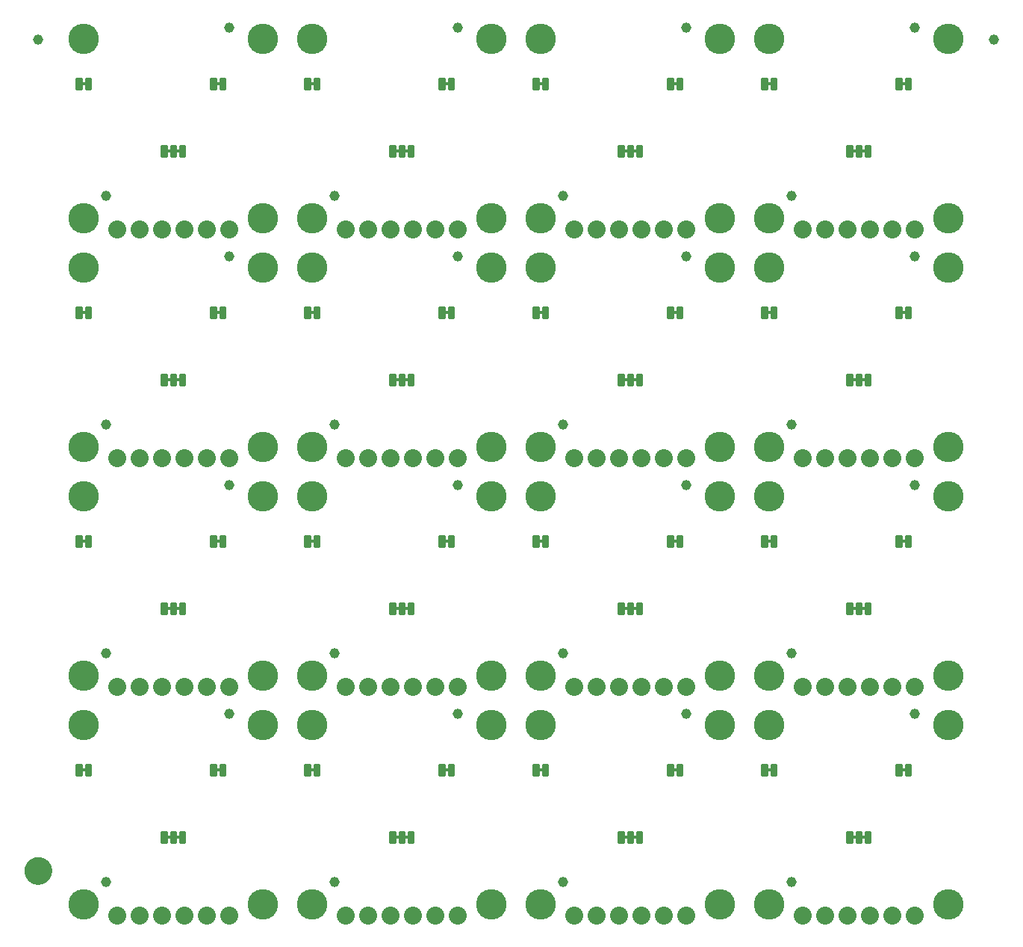
<source format=gbs>
G04 EAGLE Gerber RS-274X export*
G75*
%MOMM*%
%FSLAX34Y34*%
%LPD*%
%INSoldermask Bottom*%
%IPPOS*%
%AMOC8*
5,1,8,0,0,1.08239X$1,22.5*%
G01*
%ADD10C,1.152400*%
%ADD11C,3.454400*%
%ADD12C,0.251966*%
%ADD13C,2.032000*%
%ADD14C,1.270000*%
%ADD15C,1.652400*%

G36*
X901130Y876947D02*
X901130Y876947D01*
X901196Y876949D01*
X901239Y876967D01*
X901286Y876975D01*
X901343Y877009D01*
X901403Y877034D01*
X901438Y877065D01*
X901479Y877090D01*
X901521Y877141D01*
X901569Y877185D01*
X901591Y877227D01*
X901620Y877264D01*
X901641Y877326D01*
X901672Y877385D01*
X901680Y877439D01*
X901692Y877476D01*
X901691Y877516D01*
X901699Y877570D01*
X901699Y880110D01*
X901688Y880175D01*
X901686Y880241D01*
X901668Y880284D01*
X901660Y880331D01*
X901626Y880388D01*
X901601Y880448D01*
X901570Y880483D01*
X901545Y880524D01*
X901494Y880566D01*
X901450Y880614D01*
X901408Y880636D01*
X901371Y880665D01*
X901309Y880686D01*
X901250Y880717D01*
X901196Y880725D01*
X901159Y880737D01*
X901119Y880736D01*
X901065Y880744D01*
X897255Y880744D01*
X897190Y880733D01*
X897124Y880731D01*
X897081Y880713D01*
X897034Y880705D01*
X896977Y880671D01*
X896917Y880646D01*
X896882Y880615D01*
X896841Y880590D01*
X896800Y880539D01*
X896751Y880495D01*
X896729Y880453D01*
X896700Y880416D01*
X896679Y880354D01*
X896648Y880295D01*
X896640Y880241D01*
X896628Y880204D01*
X896628Y880201D01*
X896629Y880164D01*
X896621Y880110D01*
X896621Y877570D01*
X896632Y877505D01*
X896634Y877439D01*
X896652Y877396D01*
X896660Y877349D01*
X896694Y877292D01*
X896719Y877232D01*
X896750Y877197D01*
X896775Y877156D01*
X896826Y877115D01*
X896870Y877066D01*
X896912Y877044D01*
X896949Y877015D01*
X897011Y876994D01*
X897070Y876963D01*
X897124Y876955D01*
X897161Y876943D01*
X897201Y876944D01*
X897255Y876936D01*
X901065Y876936D01*
X901130Y876947D01*
G37*
G36*
X957010Y694067D02*
X957010Y694067D01*
X957076Y694069D01*
X957119Y694087D01*
X957166Y694095D01*
X957223Y694129D01*
X957283Y694154D01*
X957318Y694185D01*
X957359Y694210D01*
X957401Y694261D01*
X957449Y694305D01*
X957471Y694347D01*
X957500Y694384D01*
X957521Y694446D01*
X957552Y694505D01*
X957560Y694559D01*
X957572Y694596D01*
X957571Y694636D01*
X957579Y694690D01*
X957579Y697230D01*
X957568Y697295D01*
X957566Y697361D01*
X957548Y697404D01*
X957540Y697451D01*
X957506Y697508D01*
X957481Y697568D01*
X957450Y697603D01*
X957425Y697644D01*
X957374Y697686D01*
X957330Y697734D01*
X957288Y697756D01*
X957251Y697785D01*
X957189Y697806D01*
X957130Y697837D01*
X957076Y697845D01*
X957039Y697857D01*
X956999Y697856D01*
X956945Y697864D01*
X953135Y697864D01*
X953070Y697853D01*
X953004Y697851D01*
X952961Y697833D01*
X952914Y697825D01*
X952857Y697791D01*
X952797Y697766D01*
X952762Y697735D01*
X952721Y697710D01*
X952680Y697659D01*
X952631Y697615D01*
X952609Y697573D01*
X952580Y697536D01*
X952559Y697474D01*
X952528Y697415D01*
X952520Y697361D01*
X952508Y697324D01*
X952508Y697321D01*
X952509Y697284D01*
X952501Y697230D01*
X952501Y694690D01*
X952512Y694625D01*
X952514Y694559D01*
X952532Y694516D01*
X952540Y694469D01*
X952574Y694412D01*
X952599Y694352D01*
X952630Y694317D01*
X952655Y694276D01*
X952706Y694235D01*
X952750Y694186D01*
X952792Y694164D01*
X952829Y694135D01*
X952891Y694114D01*
X952950Y694083D01*
X953004Y694075D01*
X953041Y694063D01*
X953081Y694064D01*
X953135Y694056D01*
X956945Y694056D01*
X957010Y694067D01*
G37*
G36*
X438850Y694067D02*
X438850Y694067D01*
X438916Y694069D01*
X438959Y694087D01*
X439006Y694095D01*
X439063Y694129D01*
X439123Y694154D01*
X439158Y694185D01*
X439199Y694210D01*
X439241Y694261D01*
X439289Y694305D01*
X439311Y694347D01*
X439340Y694384D01*
X439361Y694446D01*
X439392Y694505D01*
X439400Y694559D01*
X439412Y694596D01*
X439411Y694636D01*
X439419Y694690D01*
X439419Y697230D01*
X439408Y697295D01*
X439406Y697361D01*
X439388Y697404D01*
X439380Y697451D01*
X439346Y697508D01*
X439321Y697568D01*
X439290Y697603D01*
X439265Y697644D01*
X439214Y697686D01*
X439170Y697734D01*
X439128Y697756D01*
X439091Y697785D01*
X439029Y697806D01*
X438970Y697837D01*
X438916Y697845D01*
X438879Y697857D01*
X438839Y697856D01*
X438785Y697864D01*
X434975Y697864D01*
X434910Y697853D01*
X434844Y697851D01*
X434801Y697833D01*
X434754Y697825D01*
X434697Y697791D01*
X434637Y697766D01*
X434602Y697735D01*
X434561Y697710D01*
X434520Y697659D01*
X434471Y697615D01*
X434449Y697573D01*
X434420Y697536D01*
X434399Y697474D01*
X434368Y697415D01*
X434360Y697361D01*
X434348Y697324D01*
X434348Y697321D01*
X434349Y697284D01*
X434341Y697230D01*
X434341Y694690D01*
X434352Y694625D01*
X434354Y694559D01*
X434372Y694516D01*
X434380Y694469D01*
X434414Y694412D01*
X434439Y694352D01*
X434470Y694317D01*
X434495Y694276D01*
X434546Y694235D01*
X434590Y694186D01*
X434632Y694164D01*
X434669Y694135D01*
X434731Y694114D01*
X434790Y694083D01*
X434844Y694075D01*
X434881Y694063D01*
X434921Y694064D01*
X434975Y694056D01*
X438785Y694056D01*
X438850Y694067D01*
G37*
G36*
X27370Y694067D02*
X27370Y694067D01*
X27436Y694069D01*
X27479Y694087D01*
X27526Y694095D01*
X27583Y694129D01*
X27643Y694154D01*
X27678Y694185D01*
X27719Y694210D01*
X27761Y694261D01*
X27809Y694305D01*
X27831Y694347D01*
X27860Y694384D01*
X27881Y694446D01*
X27912Y694505D01*
X27920Y694559D01*
X27932Y694596D01*
X27931Y694636D01*
X27939Y694690D01*
X27939Y697230D01*
X27928Y697295D01*
X27926Y697361D01*
X27908Y697404D01*
X27900Y697451D01*
X27866Y697508D01*
X27841Y697568D01*
X27810Y697603D01*
X27785Y697644D01*
X27734Y697686D01*
X27690Y697734D01*
X27648Y697756D01*
X27611Y697785D01*
X27549Y697806D01*
X27490Y697837D01*
X27436Y697845D01*
X27399Y697857D01*
X27359Y697856D01*
X27305Y697864D01*
X23495Y697864D01*
X23430Y697853D01*
X23364Y697851D01*
X23321Y697833D01*
X23274Y697825D01*
X23217Y697791D01*
X23157Y697766D01*
X23122Y697735D01*
X23081Y697710D01*
X23040Y697659D01*
X22991Y697615D01*
X22969Y697573D01*
X22940Y697536D01*
X22919Y697474D01*
X22888Y697415D01*
X22880Y697361D01*
X22868Y697324D01*
X22868Y697321D01*
X22869Y697284D01*
X22861Y697230D01*
X22861Y694690D01*
X22872Y694625D01*
X22874Y694559D01*
X22892Y694516D01*
X22900Y694469D01*
X22934Y694412D01*
X22959Y694352D01*
X22990Y694317D01*
X23015Y694276D01*
X23066Y694235D01*
X23110Y694186D01*
X23152Y694164D01*
X23189Y694135D01*
X23251Y694114D01*
X23310Y694083D01*
X23364Y694075D01*
X23401Y694063D01*
X23441Y694064D01*
X23495Y694056D01*
X27305Y694056D01*
X27370Y694067D01*
G37*
G36*
X286450Y694067D02*
X286450Y694067D01*
X286516Y694069D01*
X286559Y694087D01*
X286606Y694095D01*
X286663Y694129D01*
X286723Y694154D01*
X286758Y694185D01*
X286799Y694210D01*
X286841Y694261D01*
X286889Y694305D01*
X286911Y694347D01*
X286940Y694384D01*
X286961Y694446D01*
X286992Y694505D01*
X287000Y694559D01*
X287012Y694596D01*
X287011Y694636D01*
X287019Y694690D01*
X287019Y697230D01*
X287008Y697295D01*
X287006Y697361D01*
X286988Y697404D01*
X286980Y697451D01*
X286946Y697508D01*
X286921Y697568D01*
X286890Y697603D01*
X286865Y697644D01*
X286814Y697686D01*
X286770Y697734D01*
X286728Y697756D01*
X286691Y697785D01*
X286629Y697806D01*
X286570Y697837D01*
X286516Y697845D01*
X286479Y697857D01*
X286439Y697856D01*
X286385Y697864D01*
X282575Y697864D01*
X282510Y697853D01*
X282444Y697851D01*
X282401Y697833D01*
X282354Y697825D01*
X282297Y697791D01*
X282237Y697766D01*
X282202Y697735D01*
X282161Y697710D01*
X282120Y697659D01*
X282071Y697615D01*
X282049Y697573D01*
X282020Y697536D01*
X281999Y697474D01*
X281968Y697415D01*
X281960Y697361D01*
X281948Y697324D01*
X281948Y697321D01*
X281949Y697284D01*
X281941Y697230D01*
X281941Y694690D01*
X281952Y694625D01*
X281954Y694559D01*
X281972Y694516D01*
X281980Y694469D01*
X282014Y694412D01*
X282039Y694352D01*
X282070Y694317D01*
X282095Y694276D01*
X282146Y694235D01*
X282190Y694186D01*
X282232Y694164D01*
X282269Y694135D01*
X282331Y694114D01*
X282390Y694083D01*
X282444Y694075D01*
X282481Y694063D01*
X282521Y694064D01*
X282575Y694056D01*
X286385Y694056D01*
X286450Y694067D01*
G37*
G36*
X179770Y694067D02*
X179770Y694067D01*
X179836Y694069D01*
X179879Y694087D01*
X179926Y694095D01*
X179983Y694129D01*
X180043Y694154D01*
X180078Y694185D01*
X180119Y694210D01*
X180161Y694261D01*
X180209Y694305D01*
X180231Y694347D01*
X180260Y694384D01*
X180281Y694446D01*
X180312Y694505D01*
X180320Y694559D01*
X180332Y694596D01*
X180331Y694636D01*
X180339Y694690D01*
X180339Y697230D01*
X180328Y697295D01*
X180326Y697361D01*
X180308Y697404D01*
X180300Y697451D01*
X180266Y697508D01*
X180241Y697568D01*
X180210Y697603D01*
X180185Y697644D01*
X180134Y697686D01*
X180090Y697734D01*
X180048Y697756D01*
X180011Y697785D01*
X179949Y697806D01*
X179890Y697837D01*
X179836Y697845D01*
X179799Y697857D01*
X179759Y697856D01*
X179705Y697864D01*
X175895Y697864D01*
X175830Y697853D01*
X175764Y697851D01*
X175721Y697833D01*
X175674Y697825D01*
X175617Y697791D01*
X175557Y697766D01*
X175522Y697735D01*
X175481Y697710D01*
X175440Y697659D01*
X175391Y697615D01*
X175369Y697573D01*
X175340Y697536D01*
X175319Y697474D01*
X175288Y697415D01*
X175280Y697361D01*
X175268Y697324D01*
X175268Y697321D01*
X175269Y697284D01*
X175261Y697230D01*
X175261Y694690D01*
X175272Y694625D01*
X175274Y694559D01*
X175292Y694516D01*
X175300Y694469D01*
X175334Y694412D01*
X175359Y694352D01*
X175390Y694317D01*
X175415Y694276D01*
X175466Y694235D01*
X175510Y694186D01*
X175552Y694164D01*
X175589Y694135D01*
X175651Y694114D01*
X175710Y694083D01*
X175764Y694075D01*
X175801Y694063D01*
X175841Y694064D01*
X175895Y694056D01*
X179705Y694056D01*
X179770Y694067D01*
G37*
G36*
X804610Y694067D02*
X804610Y694067D01*
X804676Y694069D01*
X804719Y694087D01*
X804766Y694095D01*
X804823Y694129D01*
X804883Y694154D01*
X804918Y694185D01*
X804959Y694210D01*
X805001Y694261D01*
X805049Y694305D01*
X805071Y694347D01*
X805100Y694384D01*
X805121Y694446D01*
X805152Y694505D01*
X805160Y694559D01*
X805172Y694596D01*
X805171Y694636D01*
X805179Y694690D01*
X805179Y697230D01*
X805168Y697295D01*
X805166Y697361D01*
X805148Y697404D01*
X805140Y697451D01*
X805106Y697508D01*
X805081Y697568D01*
X805050Y697603D01*
X805025Y697644D01*
X804974Y697686D01*
X804930Y697734D01*
X804888Y697756D01*
X804851Y697785D01*
X804789Y697806D01*
X804730Y697837D01*
X804676Y697845D01*
X804639Y697857D01*
X804599Y697856D01*
X804545Y697864D01*
X800735Y697864D01*
X800670Y697853D01*
X800604Y697851D01*
X800561Y697833D01*
X800514Y697825D01*
X800457Y697791D01*
X800397Y697766D01*
X800362Y697735D01*
X800321Y697710D01*
X800280Y697659D01*
X800231Y697615D01*
X800209Y697573D01*
X800180Y697536D01*
X800159Y697474D01*
X800128Y697415D01*
X800120Y697361D01*
X800108Y697324D01*
X800108Y697321D01*
X800109Y697284D01*
X800101Y697230D01*
X800101Y694690D01*
X800112Y694625D01*
X800114Y694559D01*
X800132Y694516D01*
X800140Y694469D01*
X800174Y694412D01*
X800199Y694352D01*
X800230Y694317D01*
X800255Y694276D01*
X800306Y694235D01*
X800350Y694186D01*
X800392Y694164D01*
X800429Y694135D01*
X800491Y694114D01*
X800550Y694083D01*
X800604Y694075D01*
X800641Y694063D01*
X800681Y694064D01*
X800735Y694056D01*
X804545Y694056D01*
X804610Y694067D01*
G37*
G36*
X545530Y694067D02*
X545530Y694067D01*
X545596Y694069D01*
X545639Y694087D01*
X545686Y694095D01*
X545743Y694129D01*
X545803Y694154D01*
X545838Y694185D01*
X545879Y694210D01*
X545921Y694261D01*
X545969Y694305D01*
X545991Y694347D01*
X546020Y694384D01*
X546041Y694446D01*
X546072Y694505D01*
X546080Y694559D01*
X546092Y694596D01*
X546091Y694636D01*
X546099Y694690D01*
X546099Y697230D01*
X546088Y697295D01*
X546086Y697361D01*
X546068Y697404D01*
X546060Y697451D01*
X546026Y697508D01*
X546001Y697568D01*
X545970Y697603D01*
X545945Y697644D01*
X545894Y697686D01*
X545850Y697734D01*
X545808Y697756D01*
X545771Y697785D01*
X545709Y697806D01*
X545650Y697837D01*
X545596Y697845D01*
X545559Y697857D01*
X545519Y697856D01*
X545465Y697864D01*
X541655Y697864D01*
X541590Y697853D01*
X541524Y697851D01*
X541481Y697833D01*
X541434Y697825D01*
X541377Y697791D01*
X541317Y697766D01*
X541282Y697735D01*
X541241Y697710D01*
X541200Y697659D01*
X541151Y697615D01*
X541129Y697573D01*
X541100Y697536D01*
X541079Y697474D01*
X541048Y697415D01*
X541040Y697361D01*
X541028Y697324D01*
X541028Y697321D01*
X541029Y697284D01*
X541021Y697230D01*
X541021Y694690D01*
X541032Y694625D01*
X541034Y694559D01*
X541052Y694516D01*
X541060Y694469D01*
X541094Y694412D01*
X541119Y694352D01*
X541150Y694317D01*
X541175Y694276D01*
X541226Y694235D01*
X541270Y694186D01*
X541312Y694164D01*
X541349Y694135D01*
X541411Y694114D01*
X541470Y694083D01*
X541524Y694075D01*
X541561Y694063D01*
X541601Y694064D01*
X541655Y694056D01*
X545465Y694056D01*
X545530Y694067D01*
G37*
G36*
X697930Y694067D02*
X697930Y694067D01*
X697996Y694069D01*
X698039Y694087D01*
X698086Y694095D01*
X698143Y694129D01*
X698203Y694154D01*
X698238Y694185D01*
X698279Y694210D01*
X698321Y694261D01*
X698369Y694305D01*
X698391Y694347D01*
X698420Y694384D01*
X698441Y694446D01*
X698472Y694505D01*
X698480Y694559D01*
X698492Y694596D01*
X698491Y694636D01*
X698499Y694690D01*
X698499Y697230D01*
X698488Y697295D01*
X698486Y697361D01*
X698468Y697404D01*
X698460Y697451D01*
X698426Y697508D01*
X698401Y697568D01*
X698370Y697603D01*
X698345Y697644D01*
X698294Y697686D01*
X698250Y697734D01*
X698208Y697756D01*
X698171Y697785D01*
X698109Y697806D01*
X698050Y697837D01*
X697996Y697845D01*
X697959Y697857D01*
X697919Y697856D01*
X697865Y697864D01*
X694055Y697864D01*
X693990Y697853D01*
X693924Y697851D01*
X693881Y697833D01*
X693834Y697825D01*
X693777Y697791D01*
X693717Y697766D01*
X693682Y697735D01*
X693641Y697710D01*
X693600Y697659D01*
X693551Y697615D01*
X693529Y697573D01*
X693500Y697536D01*
X693479Y697474D01*
X693448Y697415D01*
X693440Y697361D01*
X693428Y697324D01*
X693428Y697321D01*
X693429Y697284D01*
X693421Y697230D01*
X693421Y694690D01*
X693432Y694625D01*
X693434Y694559D01*
X693452Y694516D01*
X693460Y694469D01*
X693494Y694412D01*
X693519Y694352D01*
X693550Y694317D01*
X693575Y694276D01*
X693626Y694235D01*
X693670Y694186D01*
X693712Y694164D01*
X693749Y694135D01*
X693811Y694114D01*
X693870Y694083D01*
X693924Y694075D01*
X693961Y694063D01*
X694001Y694064D01*
X694055Y694056D01*
X697865Y694056D01*
X697930Y694067D01*
G37*
G36*
X382970Y876947D02*
X382970Y876947D01*
X383036Y876949D01*
X383079Y876967D01*
X383126Y876975D01*
X383183Y877009D01*
X383243Y877034D01*
X383278Y877065D01*
X383319Y877090D01*
X383361Y877141D01*
X383409Y877185D01*
X383431Y877227D01*
X383460Y877264D01*
X383481Y877326D01*
X383512Y877385D01*
X383520Y877439D01*
X383532Y877476D01*
X383531Y877516D01*
X383539Y877570D01*
X383539Y880110D01*
X383528Y880175D01*
X383526Y880241D01*
X383508Y880284D01*
X383500Y880331D01*
X383466Y880388D01*
X383441Y880448D01*
X383410Y880483D01*
X383385Y880524D01*
X383334Y880566D01*
X383290Y880614D01*
X383248Y880636D01*
X383211Y880665D01*
X383149Y880686D01*
X383090Y880717D01*
X383036Y880725D01*
X382999Y880737D01*
X382959Y880736D01*
X382905Y880744D01*
X379095Y880744D01*
X379030Y880733D01*
X378964Y880731D01*
X378921Y880713D01*
X378874Y880705D01*
X378817Y880671D01*
X378757Y880646D01*
X378722Y880615D01*
X378681Y880590D01*
X378640Y880539D01*
X378591Y880495D01*
X378569Y880453D01*
X378540Y880416D01*
X378519Y880354D01*
X378488Y880295D01*
X378480Y880241D01*
X378468Y880204D01*
X378468Y880201D01*
X378469Y880164D01*
X378461Y880110D01*
X378461Y877570D01*
X378472Y877505D01*
X378474Y877439D01*
X378492Y877396D01*
X378500Y877349D01*
X378534Y877292D01*
X378559Y877232D01*
X378590Y877197D01*
X378615Y877156D01*
X378666Y877115D01*
X378710Y877066D01*
X378752Y877044D01*
X378789Y877015D01*
X378851Y876994D01*
X378910Y876963D01*
X378964Y876955D01*
X379001Y876943D01*
X379041Y876944D01*
X379095Y876936D01*
X382905Y876936D01*
X382970Y876947D01*
G37*
G36*
X652210Y876947D02*
X652210Y876947D01*
X652276Y876949D01*
X652319Y876967D01*
X652366Y876975D01*
X652423Y877009D01*
X652483Y877034D01*
X652518Y877065D01*
X652559Y877090D01*
X652601Y877141D01*
X652649Y877185D01*
X652671Y877227D01*
X652700Y877264D01*
X652721Y877326D01*
X652752Y877385D01*
X652760Y877439D01*
X652772Y877476D01*
X652771Y877516D01*
X652779Y877570D01*
X652779Y880110D01*
X652768Y880175D01*
X652766Y880241D01*
X652748Y880284D01*
X652740Y880331D01*
X652706Y880388D01*
X652681Y880448D01*
X652650Y880483D01*
X652625Y880524D01*
X652574Y880566D01*
X652530Y880614D01*
X652488Y880636D01*
X652451Y880665D01*
X652389Y880686D01*
X652330Y880717D01*
X652276Y880725D01*
X652239Y880737D01*
X652199Y880736D01*
X652145Y880744D01*
X648335Y880744D01*
X648270Y880733D01*
X648204Y880731D01*
X648161Y880713D01*
X648114Y880705D01*
X648057Y880671D01*
X647997Y880646D01*
X647962Y880615D01*
X647921Y880590D01*
X647880Y880539D01*
X647831Y880495D01*
X647809Y880453D01*
X647780Y880416D01*
X647759Y880354D01*
X647728Y880295D01*
X647720Y880241D01*
X647708Y880204D01*
X647708Y880201D01*
X647709Y880164D01*
X647701Y880110D01*
X647701Y877570D01*
X647712Y877505D01*
X647714Y877439D01*
X647732Y877396D01*
X647740Y877349D01*
X647774Y877292D01*
X647799Y877232D01*
X647830Y877197D01*
X647855Y877156D01*
X647906Y877115D01*
X647950Y877066D01*
X647992Y877044D01*
X648029Y877015D01*
X648091Y876994D01*
X648150Y876963D01*
X648204Y876955D01*
X648241Y876943D01*
X648281Y876944D01*
X648335Y876936D01*
X652145Y876936D01*
X652210Y876947D01*
G37*
G36*
X911290Y876947D02*
X911290Y876947D01*
X911356Y876949D01*
X911399Y876967D01*
X911446Y876975D01*
X911503Y877009D01*
X911563Y877034D01*
X911598Y877065D01*
X911639Y877090D01*
X911681Y877141D01*
X911729Y877185D01*
X911751Y877227D01*
X911780Y877264D01*
X911801Y877326D01*
X911832Y877385D01*
X911840Y877439D01*
X911852Y877476D01*
X911851Y877516D01*
X911859Y877570D01*
X911859Y880110D01*
X911848Y880175D01*
X911846Y880241D01*
X911828Y880284D01*
X911820Y880331D01*
X911786Y880388D01*
X911761Y880448D01*
X911730Y880483D01*
X911705Y880524D01*
X911654Y880566D01*
X911610Y880614D01*
X911568Y880636D01*
X911531Y880665D01*
X911469Y880686D01*
X911410Y880717D01*
X911356Y880725D01*
X911319Y880737D01*
X911279Y880736D01*
X911225Y880744D01*
X907415Y880744D01*
X907350Y880733D01*
X907284Y880731D01*
X907241Y880713D01*
X907194Y880705D01*
X907137Y880671D01*
X907077Y880646D01*
X907042Y880615D01*
X907001Y880590D01*
X906960Y880539D01*
X906911Y880495D01*
X906889Y880453D01*
X906860Y880416D01*
X906839Y880354D01*
X906808Y880295D01*
X906800Y880241D01*
X906788Y880204D01*
X906788Y880201D01*
X906789Y880164D01*
X906781Y880110D01*
X906781Y877570D01*
X906792Y877505D01*
X906794Y877439D01*
X906812Y877396D01*
X906820Y877349D01*
X906854Y877292D01*
X906879Y877232D01*
X906910Y877197D01*
X906935Y877156D01*
X906986Y877115D01*
X907030Y877066D01*
X907072Y877044D01*
X907109Y877015D01*
X907171Y876994D01*
X907230Y876963D01*
X907284Y876955D01*
X907321Y876943D01*
X907361Y876944D01*
X907415Y876936D01*
X911225Y876936D01*
X911290Y876947D01*
G37*
G36*
X123890Y876947D02*
X123890Y876947D01*
X123956Y876949D01*
X123999Y876967D01*
X124046Y876975D01*
X124103Y877009D01*
X124163Y877034D01*
X124198Y877065D01*
X124239Y877090D01*
X124281Y877141D01*
X124329Y877185D01*
X124351Y877227D01*
X124380Y877264D01*
X124401Y877326D01*
X124432Y877385D01*
X124440Y877439D01*
X124452Y877476D01*
X124451Y877516D01*
X124459Y877570D01*
X124459Y880110D01*
X124448Y880175D01*
X124446Y880241D01*
X124428Y880284D01*
X124420Y880331D01*
X124386Y880388D01*
X124361Y880448D01*
X124330Y880483D01*
X124305Y880524D01*
X124254Y880566D01*
X124210Y880614D01*
X124168Y880636D01*
X124131Y880665D01*
X124069Y880686D01*
X124010Y880717D01*
X123956Y880725D01*
X123919Y880737D01*
X123879Y880736D01*
X123825Y880744D01*
X120015Y880744D01*
X119950Y880733D01*
X119884Y880731D01*
X119841Y880713D01*
X119794Y880705D01*
X119737Y880671D01*
X119677Y880646D01*
X119642Y880615D01*
X119601Y880590D01*
X119560Y880539D01*
X119511Y880495D01*
X119489Y880453D01*
X119460Y880416D01*
X119439Y880354D01*
X119408Y880295D01*
X119400Y880241D01*
X119388Y880204D01*
X119388Y880201D01*
X119389Y880164D01*
X119381Y880110D01*
X119381Y877570D01*
X119392Y877505D01*
X119394Y877439D01*
X119412Y877396D01*
X119420Y877349D01*
X119454Y877292D01*
X119479Y877232D01*
X119510Y877197D01*
X119535Y877156D01*
X119586Y877115D01*
X119630Y877066D01*
X119672Y877044D01*
X119709Y877015D01*
X119771Y876994D01*
X119830Y876963D01*
X119884Y876955D01*
X119921Y876943D01*
X119961Y876944D01*
X120015Y876936D01*
X123825Y876936D01*
X123890Y876947D01*
G37*
G36*
X393130Y876947D02*
X393130Y876947D01*
X393196Y876949D01*
X393239Y876967D01*
X393286Y876975D01*
X393343Y877009D01*
X393403Y877034D01*
X393438Y877065D01*
X393479Y877090D01*
X393521Y877141D01*
X393569Y877185D01*
X393591Y877227D01*
X393620Y877264D01*
X393641Y877326D01*
X393672Y877385D01*
X393680Y877439D01*
X393692Y877476D01*
X393691Y877516D01*
X393699Y877570D01*
X393699Y880110D01*
X393688Y880175D01*
X393686Y880241D01*
X393668Y880284D01*
X393660Y880331D01*
X393626Y880388D01*
X393601Y880448D01*
X393570Y880483D01*
X393545Y880524D01*
X393494Y880566D01*
X393450Y880614D01*
X393408Y880636D01*
X393371Y880665D01*
X393309Y880686D01*
X393250Y880717D01*
X393196Y880725D01*
X393159Y880737D01*
X393119Y880736D01*
X393065Y880744D01*
X389255Y880744D01*
X389190Y880733D01*
X389124Y880731D01*
X389081Y880713D01*
X389034Y880705D01*
X388977Y880671D01*
X388917Y880646D01*
X388882Y880615D01*
X388841Y880590D01*
X388800Y880539D01*
X388751Y880495D01*
X388729Y880453D01*
X388700Y880416D01*
X388679Y880354D01*
X388648Y880295D01*
X388640Y880241D01*
X388628Y880204D01*
X388628Y880201D01*
X388629Y880164D01*
X388621Y880110D01*
X388621Y877570D01*
X388632Y877505D01*
X388634Y877439D01*
X388652Y877396D01*
X388660Y877349D01*
X388694Y877292D01*
X388719Y877232D01*
X388750Y877197D01*
X388775Y877156D01*
X388826Y877115D01*
X388870Y877066D01*
X388912Y877044D01*
X388949Y877015D01*
X389011Y876994D01*
X389070Y876963D01*
X389124Y876955D01*
X389161Y876943D01*
X389201Y876944D01*
X389255Y876936D01*
X393065Y876936D01*
X393130Y876947D01*
G37*
G36*
X134050Y876947D02*
X134050Y876947D01*
X134116Y876949D01*
X134159Y876967D01*
X134206Y876975D01*
X134263Y877009D01*
X134323Y877034D01*
X134358Y877065D01*
X134399Y877090D01*
X134441Y877141D01*
X134489Y877185D01*
X134511Y877227D01*
X134540Y877264D01*
X134561Y877326D01*
X134592Y877385D01*
X134600Y877439D01*
X134612Y877476D01*
X134611Y877516D01*
X134619Y877570D01*
X134619Y880110D01*
X134608Y880175D01*
X134606Y880241D01*
X134588Y880284D01*
X134580Y880331D01*
X134546Y880388D01*
X134521Y880448D01*
X134490Y880483D01*
X134465Y880524D01*
X134414Y880566D01*
X134370Y880614D01*
X134328Y880636D01*
X134291Y880665D01*
X134229Y880686D01*
X134170Y880717D01*
X134116Y880725D01*
X134079Y880737D01*
X134039Y880736D01*
X133985Y880744D01*
X130175Y880744D01*
X130110Y880733D01*
X130044Y880731D01*
X130001Y880713D01*
X129954Y880705D01*
X129897Y880671D01*
X129837Y880646D01*
X129802Y880615D01*
X129761Y880590D01*
X129720Y880539D01*
X129671Y880495D01*
X129649Y880453D01*
X129620Y880416D01*
X129599Y880354D01*
X129568Y880295D01*
X129560Y880241D01*
X129548Y880204D01*
X129548Y880201D01*
X129549Y880164D01*
X129541Y880110D01*
X129541Y877570D01*
X129552Y877505D01*
X129554Y877439D01*
X129572Y877396D01*
X129580Y877349D01*
X129614Y877292D01*
X129639Y877232D01*
X129670Y877197D01*
X129695Y877156D01*
X129746Y877115D01*
X129790Y877066D01*
X129832Y877044D01*
X129869Y877015D01*
X129931Y876994D01*
X129990Y876963D01*
X130044Y876955D01*
X130081Y876943D01*
X130121Y876944D01*
X130175Y876936D01*
X133985Y876936D01*
X134050Y876947D01*
G37*
G36*
X642050Y876947D02*
X642050Y876947D01*
X642116Y876949D01*
X642159Y876967D01*
X642206Y876975D01*
X642263Y877009D01*
X642323Y877034D01*
X642358Y877065D01*
X642399Y877090D01*
X642441Y877141D01*
X642489Y877185D01*
X642511Y877227D01*
X642540Y877264D01*
X642561Y877326D01*
X642592Y877385D01*
X642600Y877439D01*
X642612Y877476D01*
X642611Y877516D01*
X642619Y877570D01*
X642619Y880110D01*
X642608Y880175D01*
X642606Y880241D01*
X642588Y880284D01*
X642580Y880331D01*
X642546Y880388D01*
X642521Y880448D01*
X642490Y880483D01*
X642465Y880524D01*
X642414Y880566D01*
X642370Y880614D01*
X642328Y880636D01*
X642291Y880665D01*
X642229Y880686D01*
X642170Y880717D01*
X642116Y880725D01*
X642079Y880737D01*
X642039Y880736D01*
X641985Y880744D01*
X638175Y880744D01*
X638110Y880733D01*
X638044Y880731D01*
X638001Y880713D01*
X637954Y880705D01*
X637897Y880671D01*
X637837Y880646D01*
X637802Y880615D01*
X637761Y880590D01*
X637720Y880539D01*
X637671Y880495D01*
X637649Y880453D01*
X637620Y880416D01*
X637599Y880354D01*
X637568Y880295D01*
X637560Y880241D01*
X637548Y880204D01*
X637548Y880201D01*
X637549Y880164D01*
X637541Y880110D01*
X637541Y877570D01*
X637552Y877505D01*
X637554Y877439D01*
X637572Y877396D01*
X637580Y877349D01*
X637614Y877292D01*
X637639Y877232D01*
X637670Y877197D01*
X637695Y877156D01*
X637746Y877115D01*
X637790Y877066D01*
X637832Y877044D01*
X637869Y877015D01*
X637931Y876994D01*
X637990Y876963D01*
X638044Y876955D01*
X638081Y876943D01*
X638121Y876944D01*
X638175Y876936D01*
X641985Y876936D01*
X642050Y876947D01*
G37*
G36*
X438850Y953147D02*
X438850Y953147D01*
X438916Y953149D01*
X438959Y953167D01*
X439006Y953175D01*
X439063Y953209D01*
X439123Y953234D01*
X439158Y953265D01*
X439199Y953290D01*
X439241Y953341D01*
X439289Y953385D01*
X439311Y953427D01*
X439340Y953464D01*
X439361Y953526D01*
X439392Y953585D01*
X439400Y953639D01*
X439412Y953676D01*
X439411Y953716D01*
X439419Y953770D01*
X439419Y956310D01*
X439408Y956375D01*
X439406Y956441D01*
X439388Y956484D01*
X439380Y956531D01*
X439346Y956588D01*
X439321Y956648D01*
X439290Y956683D01*
X439265Y956724D01*
X439214Y956766D01*
X439170Y956814D01*
X439128Y956836D01*
X439091Y956865D01*
X439029Y956886D01*
X438970Y956917D01*
X438916Y956925D01*
X438879Y956937D01*
X438839Y956936D01*
X438785Y956944D01*
X434975Y956944D01*
X434910Y956933D01*
X434844Y956931D01*
X434801Y956913D01*
X434754Y956905D01*
X434697Y956871D01*
X434637Y956846D01*
X434602Y956815D01*
X434561Y956790D01*
X434520Y956739D01*
X434471Y956695D01*
X434449Y956653D01*
X434420Y956616D01*
X434399Y956554D01*
X434368Y956495D01*
X434360Y956441D01*
X434348Y956404D01*
X434348Y956401D01*
X434349Y956364D01*
X434341Y956310D01*
X434341Y953770D01*
X434352Y953705D01*
X434354Y953639D01*
X434372Y953596D01*
X434380Y953549D01*
X434414Y953492D01*
X434439Y953432D01*
X434470Y953397D01*
X434495Y953356D01*
X434546Y953315D01*
X434590Y953266D01*
X434632Y953244D01*
X434669Y953215D01*
X434731Y953194D01*
X434790Y953163D01*
X434844Y953155D01*
X434881Y953143D01*
X434921Y953144D01*
X434975Y953136D01*
X438785Y953136D01*
X438850Y953147D01*
G37*
G36*
X804610Y953147D02*
X804610Y953147D01*
X804676Y953149D01*
X804719Y953167D01*
X804766Y953175D01*
X804823Y953209D01*
X804883Y953234D01*
X804918Y953265D01*
X804959Y953290D01*
X805001Y953341D01*
X805049Y953385D01*
X805071Y953427D01*
X805100Y953464D01*
X805121Y953526D01*
X805152Y953585D01*
X805160Y953639D01*
X805172Y953676D01*
X805171Y953716D01*
X805179Y953770D01*
X805179Y956310D01*
X805168Y956375D01*
X805166Y956441D01*
X805148Y956484D01*
X805140Y956531D01*
X805106Y956588D01*
X805081Y956648D01*
X805050Y956683D01*
X805025Y956724D01*
X804974Y956766D01*
X804930Y956814D01*
X804888Y956836D01*
X804851Y956865D01*
X804789Y956886D01*
X804730Y956917D01*
X804676Y956925D01*
X804639Y956937D01*
X804599Y956936D01*
X804545Y956944D01*
X800735Y956944D01*
X800670Y956933D01*
X800604Y956931D01*
X800561Y956913D01*
X800514Y956905D01*
X800457Y956871D01*
X800397Y956846D01*
X800362Y956815D01*
X800321Y956790D01*
X800280Y956739D01*
X800231Y956695D01*
X800209Y956653D01*
X800180Y956616D01*
X800159Y956554D01*
X800128Y956495D01*
X800120Y956441D01*
X800108Y956404D01*
X800108Y956401D01*
X800109Y956364D01*
X800101Y956310D01*
X800101Y953770D01*
X800112Y953705D01*
X800114Y953639D01*
X800132Y953596D01*
X800140Y953549D01*
X800174Y953492D01*
X800199Y953432D01*
X800230Y953397D01*
X800255Y953356D01*
X800306Y953315D01*
X800350Y953266D01*
X800392Y953244D01*
X800429Y953215D01*
X800491Y953194D01*
X800550Y953163D01*
X800604Y953155D01*
X800641Y953143D01*
X800681Y953144D01*
X800735Y953136D01*
X804545Y953136D01*
X804610Y953147D01*
G37*
G36*
X27370Y953147D02*
X27370Y953147D01*
X27436Y953149D01*
X27479Y953167D01*
X27526Y953175D01*
X27583Y953209D01*
X27643Y953234D01*
X27678Y953265D01*
X27719Y953290D01*
X27761Y953341D01*
X27809Y953385D01*
X27831Y953427D01*
X27860Y953464D01*
X27881Y953526D01*
X27912Y953585D01*
X27920Y953639D01*
X27932Y953676D01*
X27931Y953716D01*
X27939Y953770D01*
X27939Y956310D01*
X27928Y956375D01*
X27926Y956441D01*
X27908Y956484D01*
X27900Y956531D01*
X27866Y956588D01*
X27841Y956648D01*
X27810Y956683D01*
X27785Y956724D01*
X27734Y956766D01*
X27690Y956814D01*
X27648Y956836D01*
X27611Y956865D01*
X27549Y956886D01*
X27490Y956917D01*
X27436Y956925D01*
X27399Y956937D01*
X27359Y956936D01*
X27305Y956944D01*
X23495Y956944D01*
X23430Y956933D01*
X23364Y956931D01*
X23321Y956913D01*
X23274Y956905D01*
X23217Y956871D01*
X23157Y956846D01*
X23122Y956815D01*
X23081Y956790D01*
X23040Y956739D01*
X22991Y956695D01*
X22969Y956653D01*
X22940Y956616D01*
X22919Y956554D01*
X22888Y956495D01*
X22880Y956441D01*
X22868Y956404D01*
X22868Y956401D01*
X22869Y956364D01*
X22861Y956310D01*
X22861Y953770D01*
X22872Y953705D01*
X22874Y953639D01*
X22892Y953596D01*
X22900Y953549D01*
X22934Y953492D01*
X22959Y953432D01*
X22990Y953397D01*
X23015Y953356D01*
X23066Y953315D01*
X23110Y953266D01*
X23152Y953244D01*
X23189Y953215D01*
X23251Y953194D01*
X23310Y953163D01*
X23364Y953155D01*
X23401Y953143D01*
X23441Y953144D01*
X23495Y953136D01*
X27305Y953136D01*
X27370Y953147D01*
G37*
G36*
X957010Y953147D02*
X957010Y953147D01*
X957076Y953149D01*
X957119Y953167D01*
X957166Y953175D01*
X957223Y953209D01*
X957283Y953234D01*
X957318Y953265D01*
X957359Y953290D01*
X957401Y953341D01*
X957449Y953385D01*
X957471Y953427D01*
X957500Y953464D01*
X957521Y953526D01*
X957552Y953585D01*
X957560Y953639D01*
X957572Y953676D01*
X957571Y953716D01*
X957579Y953770D01*
X957579Y956310D01*
X957568Y956375D01*
X957566Y956441D01*
X957548Y956484D01*
X957540Y956531D01*
X957506Y956588D01*
X957481Y956648D01*
X957450Y956683D01*
X957425Y956724D01*
X957374Y956766D01*
X957330Y956814D01*
X957288Y956836D01*
X957251Y956865D01*
X957189Y956886D01*
X957130Y956917D01*
X957076Y956925D01*
X957039Y956937D01*
X956999Y956936D01*
X956945Y956944D01*
X953135Y956944D01*
X953070Y956933D01*
X953004Y956931D01*
X952961Y956913D01*
X952914Y956905D01*
X952857Y956871D01*
X952797Y956846D01*
X952762Y956815D01*
X952721Y956790D01*
X952680Y956739D01*
X952631Y956695D01*
X952609Y956653D01*
X952580Y956616D01*
X952559Y956554D01*
X952528Y956495D01*
X952520Y956441D01*
X952508Y956404D01*
X952508Y956401D01*
X952509Y956364D01*
X952501Y956310D01*
X952501Y953770D01*
X952512Y953705D01*
X952514Y953639D01*
X952532Y953596D01*
X952540Y953549D01*
X952574Y953492D01*
X952599Y953432D01*
X952630Y953397D01*
X952655Y953356D01*
X952706Y953315D01*
X952750Y953266D01*
X952792Y953244D01*
X952829Y953215D01*
X952891Y953194D01*
X952950Y953163D01*
X953004Y953155D01*
X953041Y953143D01*
X953081Y953144D01*
X953135Y953136D01*
X956945Y953136D01*
X957010Y953147D01*
G37*
G36*
X545530Y953147D02*
X545530Y953147D01*
X545596Y953149D01*
X545639Y953167D01*
X545686Y953175D01*
X545743Y953209D01*
X545803Y953234D01*
X545838Y953265D01*
X545879Y953290D01*
X545921Y953341D01*
X545969Y953385D01*
X545991Y953427D01*
X546020Y953464D01*
X546041Y953526D01*
X546072Y953585D01*
X546080Y953639D01*
X546092Y953676D01*
X546091Y953716D01*
X546099Y953770D01*
X546099Y956310D01*
X546088Y956375D01*
X546086Y956441D01*
X546068Y956484D01*
X546060Y956531D01*
X546026Y956588D01*
X546001Y956648D01*
X545970Y956683D01*
X545945Y956724D01*
X545894Y956766D01*
X545850Y956814D01*
X545808Y956836D01*
X545771Y956865D01*
X545709Y956886D01*
X545650Y956917D01*
X545596Y956925D01*
X545559Y956937D01*
X545519Y956936D01*
X545465Y956944D01*
X541655Y956944D01*
X541590Y956933D01*
X541524Y956931D01*
X541481Y956913D01*
X541434Y956905D01*
X541377Y956871D01*
X541317Y956846D01*
X541282Y956815D01*
X541241Y956790D01*
X541200Y956739D01*
X541151Y956695D01*
X541129Y956653D01*
X541100Y956616D01*
X541079Y956554D01*
X541048Y956495D01*
X541040Y956441D01*
X541028Y956404D01*
X541028Y956401D01*
X541029Y956364D01*
X541021Y956310D01*
X541021Y953770D01*
X541032Y953705D01*
X541034Y953639D01*
X541052Y953596D01*
X541060Y953549D01*
X541094Y953492D01*
X541119Y953432D01*
X541150Y953397D01*
X541175Y953356D01*
X541226Y953315D01*
X541270Y953266D01*
X541312Y953244D01*
X541349Y953215D01*
X541411Y953194D01*
X541470Y953163D01*
X541524Y953155D01*
X541561Y953143D01*
X541601Y953144D01*
X541655Y953136D01*
X545465Y953136D01*
X545530Y953147D01*
G37*
G36*
X697930Y953147D02*
X697930Y953147D01*
X697996Y953149D01*
X698039Y953167D01*
X698086Y953175D01*
X698143Y953209D01*
X698203Y953234D01*
X698238Y953265D01*
X698279Y953290D01*
X698321Y953341D01*
X698369Y953385D01*
X698391Y953427D01*
X698420Y953464D01*
X698441Y953526D01*
X698472Y953585D01*
X698480Y953639D01*
X698492Y953676D01*
X698491Y953716D01*
X698499Y953770D01*
X698499Y956310D01*
X698488Y956375D01*
X698486Y956441D01*
X698468Y956484D01*
X698460Y956531D01*
X698426Y956588D01*
X698401Y956648D01*
X698370Y956683D01*
X698345Y956724D01*
X698294Y956766D01*
X698250Y956814D01*
X698208Y956836D01*
X698171Y956865D01*
X698109Y956886D01*
X698050Y956917D01*
X697996Y956925D01*
X697959Y956937D01*
X697919Y956936D01*
X697865Y956944D01*
X694055Y956944D01*
X693990Y956933D01*
X693924Y956931D01*
X693881Y956913D01*
X693834Y956905D01*
X693777Y956871D01*
X693717Y956846D01*
X693682Y956815D01*
X693641Y956790D01*
X693600Y956739D01*
X693551Y956695D01*
X693529Y956653D01*
X693500Y956616D01*
X693479Y956554D01*
X693448Y956495D01*
X693440Y956441D01*
X693428Y956404D01*
X693428Y956401D01*
X693429Y956364D01*
X693421Y956310D01*
X693421Y953770D01*
X693432Y953705D01*
X693434Y953639D01*
X693452Y953596D01*
X693460Y953549D01*
X693494Y953492D01*
X693519Y953432D01*
X693550Y953397D01*
X693575Y953356D01*
X693626Y953315D01*
X693670Y953266D01*
X693712Y953244D01*
X693749Y953215D01*
X693811Y953194D01*
X693870Y953163D01*
X693924Y953155D01*
X693961Y953143D01*
X694001Y953144D01*
X694055Y953136D01*
X697865Y953136D01*
X697930Y953147D01*
G37*
G36*
X179770Y953147D02*
X179770Y953147D01*
X179836Y953149D01*
X179879Y953167D01*
X179926Y953175D01*
X179983Y953209D01*
X180043Y953234D01*
X180078Y953265D01*
X180119Y953290D01*
X180161Y953341D01*
X180209Y953385D01*
X180231Y953427D01*
X180260Y953464D01*
X180281Y953526D01*
X180312Y953585D01*
X180320Y953639D01*
X180332Y953676D01*
X180331Y953716D01*
X180339Y953770D01*
X180339Y956310D01*
X180328Y956375D01*
X180326Y956441D01*
X180308Y956484D01*
X180300Y956531D01*
X180266Y956588D01*
X180241Y956648D01*
X180210Y956683D01*
X180185Y956724D01*
X180134Y956766D01*
X180090Y956814D01*
X180048Y956836D01*
X180011Y956865D01*
X179949Y956886D01*
X179890Y956917D01*
X179836Y956925D01*
X179799Y956937D01*
X179759Y956936D01*
X179705Y956944D01*
X175895Y956944D01*
X175830Y956933D01*
X175764Y956931D01*
X175721Y956913D01*
X175674Y956905D01*
X175617Y956871D01*
X175557Y956846D01*
X175522Y956815D01*
X175481Y956790D01*
X175440Y956739D01*
X175391Y956695D01*
X175369Y956653D01*
X175340Y956616D01*
X175319Y956554D01*
X175288Y956495D01*
X175280Y956441D01*
X175268Y956404D01*
X175268Y956401D01*
X175269Y956364D01*
X175261Y956310D01*
X175261Y953770D01*
X175272Y953705D01*
X175274Y953639D01*
X175292Y953596D01*
X175300Y953549D01*
X175334Y953492D01*
X175359Y953432D01*
X175390Y953397D01*
X175415Y953356D01*
X175466Y953315D01*
X175510Y953266D01*
X175552Y953244D01*
X175589Y953215D01*
X175651Y953194D01*
X175710Y953163D01*
X175764Y953155D01*
X175801Y953143D01*
X175841Y953144D01*
X175895Y953136D01*
X179705Y953136D01*
X179770Y953147D01*
G37*
G36*
X286450Y953147D02*
X286450Y953147D01*
X286516Y953149D01*
X286559Y953167D01*
X286606Y953175D01*
X286663Y953209D01*
X286723Y953234D01*
X286758Y953265D01*
X286799Y953290D01*
X286841Y953341D01*
X286889Y953385D01*
X286911Y953427D01*
X286940Y953464D01*
X286961Y953526D01*
X286992Y953585D01*
X287000Y953639D01*
X287012Y953676D01*
X287011Y953716D01*
X287019Y953770D01*
X287019Y956310D01*
X287008Y956375D01*
X287006Y956441D01*
X286988Y956484D01*
X286980Y956531D01*
X286946Y956588D01*
X286921Y956648D01*
X286890Y956683D01*
X286865Y956724D01*
X286814Y956766D01*
X286770Y956814D01*
X286728Y956836D01*
X286691Y956865D01*
X286629Y956886D01*
X286570Y956917D01*
X286516Y956925D01*
X286479Y956937D01*
X286439Y956936D01*
X286385Y956944D01*
X282575Y956944D01*
X282510Y956933D01*
X282444Y956931D01*
X282401Y956913D01*
X282354Y956905D01*
X282297Y956871D01*
X282237Y956846D01*
X282202Y956815D01*
X282161Y956790D01*
X282120Y956739D01*
X282071Y956695D01*
X282049Y956653D01*
X282020Y956616D01*
X281999Y956554D01*
X281968Y956495D01*
X281960Y956441D01*
X281948Y956404D01*
X281948Y956401D01*
X281949Y956364D01*
X281941Y956310D01*
X281941Y953770D01*
X281952Y953705D01*
X281954Y953639D01*
X281972Y953596D01*
X281980Y953549D01*
X282014Y953492D01*
X282039Y953432D01*
X282070Y953397D01*
X282095Y953356D01*
X282146Y953315D01*
X282190Y953266D01*
X282232Y953244D01*
X282269Y953215D01*
X282331Y953194D01*
X282390Y953163D01*
X282444Y953155D01*
X282481Y953143D01*
X282521Y953144D01*
X282575Y953136D01*
X286385Y953136D01*
X286450Y953147D01*
G37*
G36*
X901130Y617867D02*
X901130Y617867D01*
X901196Y617869D01*
X901239Y617887D01*
X901286Y617895D01*
X901343Y617929D01*
X901403Y617954D01*
X901438Y617985D01*
X901479Y618010D01*
X901521Y618061D01*
X901569Y618105D01*
X901591Y618147D01*
X901620Y618184D01*
X901641Y618246D01*
X901672Y618305D01*
X901680Y618359D01*
X901692Y618396D01*
X901691Y618436D01*
X901699Y618490D01*
X901699Y621030D01*
X901688Y621095D01*
X901686Y621161D01*
X901668Y621204D01*
X901660Y621251D01*
X901626Y621308D01*
X901601Y621368D01*
X901570Y621403D01*
X901545Y621444D01*
X901494Y621486D01*
X901450Y621534D01*
X901408Y621556D01*
X901371Y621585D01*
X901309Y621606D01*
X901250Y621637D01*
X901196Y621645D01*
X901159Y621657D01*
X901119Y621656D01*
X901065Y621664D01*
X897255Y621664D01*
X897190Y621653D01*
X897124Y621651D01*
X897081Y621633D01*
X897034Y621625D01*
X896977Y621591D01*
X896917Y621566D01*
X896882Y621535D01*
X896841Y621510D01*
X896800Y621459D01*
X896751Y621415D01*
X896729Y621373D01*
X896700Y621336D01*
X896679Y621274D01*
X896648Y621215D01*
X896640Y621161D01*
X896628Y621124D01*
X896628Y621121D01*
X896629Y621084D01*
X896621Y621030D01*
X896621Y618490D01*
X896632Y618425D01*
X896634Y618359D01*
X896652Y618316D01*
X896660Y618269D01*
X896694Y618212D01*
X896719Y618152D01*
X896750Y618117D01*
X896775Y618076D01*
X896826Y618035D01*
X896870Y617986D01*
X896912Y617964D01*
X896949Y617935D01*
X897011Y617914D01*
X897070Y617883D01*
X897124Y617875D01*
X897161Y617863D01*
X897201Y617864D01*
X897255Y617856D01*
X901065Y617856D01*
X901130Y617867D01*
G37*
G36*
X382970Y617867D02*
X382970Y617867D01*
X383036Y617869D01*
X383079Y617887D01*
X383126Y617895D01*
X383183Y617929D01*
X383243Y617954D01*
X383278Y617985D01*
X383319Y618010D01*
X383361Y618061D01*
X383409Y618105D01*
X383431Y618147D01*
X383460Y618184D01*
X383481Y618246D01*
X383512Y618305D01*
X383520Y618359D01*
X383532Y618396D01*
X383531Y618436D01*
X383539Y618490D01*
X383539Y621030D01*
X383528Y621095D01*
X383526Y621161D01*
X383508Y621204D01*
X383500Y621251D01*
X383466Y621308D01*
X383441Y621368D01*
X383410Y621403D01*
X383385Y621444D01*
X383334Y621486D01*
X383290Y621534D01*
X383248Y621556D01*
X383211Y621585D01*
X383149Y621606D01*
X383090Y621637D01*
X383036Y621645D01*
X382999Y621657D01*
X382959Y621656D01*
X382905Y621664D01*
X379095Y621664D01*
X379030Y621653D01*
X378964Y621651D01*
X378921Y621633D01*
X378874Y621625D01*
X378817Y621591D01*
X378757Y621566D01*
X378722Y621535D01*
X378681Y621510D01*
X378640Y621459D01*
X378591Y621415D01*
X378569Y621373D01*
X378540Y621336D01*
X378519Y621274D01*
X378488Y621215D01*
X378480Y621161D01*
X378468Y621124D01*
X378468Y621121D01*
X378469Y621084D01*
X378461Y621030D01*
X378461Y618490D01*
X378472Y618425D01*
X378474Y618359D01*
X378492Y618316D01*
X378500Y618269D01*
X378534Y618212D01*
X378559Y618152D01*
X378590Y618117D01*
X378615Y618076D01*
X378666Y618035D01*
X378710Y617986D01*
X378752Y617964D01*
X378789Y617935D01*
X378851Y617914D01*
X378910Y617883D01*
X378964Y617875D01*
X379001Y617863D01*
X379041Y617864D01*
X379095Y617856D01*
X382905Y617856D01*
X382970Y617867D01*
G37*
G36*
X134050Y617867D02*
X134050Y617867D01*
X134116Y617869D01*
X134159Y617887D01*
X134206Y617895D01*
X134263Y617929D01*
X134323Y617954D01*
X134358Y617985D01*
X134399Y618010D01*
X134441Y618061D01*
X134489Y618105D01*
X134511Y618147D01*
X134540Y618184D01*
X134561Y618246D01*
X134592Y618305D01*
X134600Y618359D01*
X134612Y618396D01*
X134611Y618436D01*
X134619Y618490D01*
X134619Y621030D01*
X134608Y621095D01*
X134606Y621161D01*
X134588Y621204D01*
X134580Y621251D01*
X134546Y621308D01*
X134521Y621368D01*
X134490Y621403D01*
X134465Y621444D01*
X134414Y621486D01*
X134370Y621534D01*
X134328Y621556D01*
X134291Y621585D01*
X134229Y621606D01*
X134170Y621637D01*
X134116Y621645D01*
X134079Y621657D01*
X134039Y621656D01*
X133985Y621664D01*
X130175Y621664D01*
X130110Y621653D01*
X130044Y621651D01*
X130001Y621633D01*
X129954Y621625D01*
X129897Y621591D01*
X129837Y621566D01*
X129802Y621535D01*
X129761Y621510D01*
X129720Y621459D01*
X129671Y621415D01*
X129649Y621373D01*
X129620Y621336D01*
X129599Y621274D01*
X129568Y621215D01*
X129560Y621161D01*
X129548Y621124D01*
X129548Y621121D01*
X129549Y621084D01*
X129541Y621030D01*
X129541Y618490D01*
X129552Y618425D01*
X129554Y618359D01*
X129572Y618316D01*
X129580Y618269D01*
X129614Y618212D01*
X129639Y618152D01*
X129670Y618117D01*
X129695Y618076D01*
X129746Y618035D01*
X129790Y617986D01*
X129832Y617964D01*
X129869Y617935D01*
X129931Y617914D01*
X129990Y617883D01*
X130044Y617875D01*
X130081Y617863D01*
X130121Y617864D01*
X130175Y617856D01*
X133985Y617856D01*
X134050Y617867D01*
G37*
G36*
X393130Y617867D02*
X393130Y617867D01*
X393196Y617869D01*
X393239Y617887D01*
X393286Y617895D01*
X393343Y617929D01*
X393403Y617954D01*
X393438Y617985D01*
X393479Y618010D01*
X393521Y618061D01*
X393569Y618105D01*
X393591Y618147D01*
X393620Y618184D01*
X393641Y618246D01*
X393672Y618305D01*
X393680Y618359D01*
X393692Y618396D01*
X393691Y618436D01*
X393699Y618490D01*
X393699Y621030D01*
X393688Y621095D01*
X393686Y621161D01*
X393668Y621204D01*
X393660Y621251D01*
X393626Y621308D01*
X393601Y621368D01*
X393570Y621403D01*
X393545Y621444D01*
X393494Y621486D01*
X393450Y621534D01*
X393408Y621556D01*
X393371Y621585D01*
X393309Y621606D01*
X393250Y621637D01*
X393196Y621645D01*
X393159Y621657D01*
X393119Y621656D01*
X393065Y621664D01*
X389255Y621664D01*
X389190Y621653D01*
X389124Y621651D01*
X389081Y621633D01*
X389034Y621625D01*
X388977Y621591D01*
X388917Y621566D01*
X388882Y621535D01*
X388841Y621510D01*
X388800Y621459D01*
X388751Y621415D01*
X388729Y621373D01*
X388700Y621336D01*
X388679Y621274D01*
X388648Y621215D01*
X388640Y621161D01*
X388628Y621124D01*
X388628Y621121D01*
X388629Y621084D01*
X388621Y621030D01*
X388621Y618490D01*
X388632Y618425D01*
X388634Y618359D01*
X388652Y618316D01*
X388660Y618269D01*
X388694Y618212D01*
X388719Y618152D01*
X388750Y618117D01*
X388775Y618076D01*
X388826Y618035D01*
X388870Y617986D01*
X388912Y617964D01*
X388949Y617935D01*
X389011Y617914D01*
X389070Y617883D01*
X389124Y617875D01*
X389161Y617863D01*
X389201Y617864D01*
X389255Y617856D01*
X393065Y617856D01*
X393130Y617867D01*
G37*
G36*
X911290Y617867D02*
X911290Y617867D01*
X911356Y617869D01*
X911399Y617887D01*
X911446Y617895D01*
X911503Y617929D01*
X911563Y617954D01*
X911598Y617985D01*
X911639Y618010D01*
X911681Y618061D01*
X911729Y618105D01*
X911751Y618147D01*
X911780Y618184D01*
X911801Y618246D01*
X911832Y618305D01*
X911840Y618359D01*
X911852Y618396D01*
X911851Y618436D01*
X911859Y618490D01*
X911859Y621030D01*
X911848Y621095D01*
X911846Y621161D01*
X911828Y621204D01*
X911820Y621251D01*
X911786Y621308D01*
X911761Y621368D01*
X911730Y621403D01*
X911705Y621444D01*
X911654Y621486D01*
X911610Y621534D01*
X911568Y621556D01*
X911531Y621585D01*
X911469Y621606D01*
X911410Y621637D01*
X911356Y621645D01*
X911319Y621657D01*
X911279Y621656D01*
X911225Y621664D01*
X907415Y621664D01*
X907350Y621653D01*
X907284Y621651D01*
X907241Y621633D01*
X907194Y621625D01*
X907137Y621591D01*
X907077Y621566D01*
X907042Y621535D01*
X907001Y621510D01*
X906960Y621459D01*
X906911Y621415D01*
X906889Y621373D01*
X906860Y621336D01*
X906839Y621274D01*
X906808Y621215D01*
X906800Y621161D01*
X906788Y621124D01*
X906788Y621121D01*
X906789Y621084D01*
X906781Y621030D01*
X906781Y618490D01*
X906792Y618425D01*
X906794Y618359D01*
X906812Y618316D01*
X906820Y618269D01*
X906854Y618212D01*
X906879Y618152D01*
X906910Y618117D01*
X906935Y618076D01*
X906986Y618035D01*
X907030Y617986D01*
X907072Y617964D01*
X907109Y617935D01*
X907171Y617914D01*
X907230Y617883D01*
X907284Y617875D01*
X907321Y617863D01*
X907361Y617864D01*
X907415Y617856D01*
X911225Y617856D01*
X911290Y617867D01*
G37*
G36*
X642050Y617867D02*
X642050Y617867D01*
X642116Y617869D01*
X642159Y617887D01*
X642206Y617895D01*
X642263Y617929D01*
X642323Y617954D01*
X642358Y617985D01*
X642399Y618010D01*
X642441Y618061D01*
X642489Y618105D01*
X642511Y618147D01*
X642540Y618184D01*
X642561Y618246D01*
X642592Y618305D01*
X642600Y618359D01*
X642612Y618396D01*
X642611Y618436D01*
X642619Y618490D01*
X642619Y621030D01*
X642608Y621095D01*
X642606Y621161D01*
X642588Y621204D01*
X642580Y621251D01*
X642546Y621308D01*
X642521Y621368D01*
X642490Y621403D01*
X642465Y621444D01*
X642414Y621486D01*
X642370Y621534D01*
X642328Y621556D01*
X642291Y621585D01*
X642229Y621606D01*
X642170Y621637D01*
X642116Y621645D01*
X642079Y621657D01*
X642039Y621656D01*
X641985Y621664D01*
X638175Y621664D01*
X638110Y621653D01*
X638044Y621651D01*
X638001Y621633D01*
X637954Y621625D01*
X637897Y621591D01*
X637837Y621566D01*
X637802Y621535D01*
X637761Y621510D01*
X637720Y621459D01*
X637671Y621415D01*
X637649Y621373D01*
X637620Y621336D01*
X637599Y621274D01*
X637568Y621215D01*
X637560Y621161D01*
X637548Y621124D01*
X637548Y621121D01*
X637549Y621084D01*
X637541Y621030D01*
X637541Y618490D01*
X637552Y618425D01*
X637554Y618359D01*
X637572Y618316D01*
X637580Y618269D01*
X637614Y618212D01*
X637639Y618152D01*
X637670Y618117D01*
X637695Y618076D01*
X637746Y618035D01*
X637790Y617986D01*
X637832Y617964D01*
X637869Y617935D01*
X637931Y617914D01*
X637990Y617883D01*
X638044Y617875D01*
X638081Y617863D01*
X638121Y617864D01*
X638175Y617856D01*
X641985Y617856D01*
X642050Y617867D01*
G37*
G36*
X123890Y617867D02*
X123890Y617867D01*
X123956Y617869D01*
X123999Y617887D01*
X124046Y617895D01*
X124103Y617929D01*
X124163Y617954D01*
X124198Y617985D01*
X124239Y618010D01*
X124281Y618061D01*
X124329Y618105D01*
X124351Y618147D01*
X124380Y618184D01*
X124401Y618246D01*
X124432Y618305D01*
X124440Y618359D01*
X124452Y618396D01*
X124451Y618436D01*
X124459Y618490D01*
X124459Y621030D01*
X124448Y621095D01*
X124446Y621161D01*
X124428Y621204D01*
X124420Y621251D01*
X124386Y621308D01*
X124361Y621368D01*
X124330Y621403D01*
X124305Y621444D01*
X124254Y621486D01*
X124210Y621534D01*
X124168Y621556D01*
X124131Y621585D01*
X124069Y621606D01*
X124010Y621637D01*
X123956Y621645D01*
X123919Y621657D01*
X123879Y621656D01*
X123825Y621664D01*
X120015Y621664D01*
X119950Y621653D01*
X119884Y621651D01*
X119841Y621633D01*
X119794Y621625D01*
X119737Y621591D01*
X119677Y621566D01*
X119642Y621535D01*
X119601Y621510D01*
X119560Y621459D01*
X119511Y621415D01*
X119489Y621373D01*
X119460Y621336D01*
X119439Y621274D01*
X119408Y621215D01*
X119400Y621161D01*
X119388Y621124D01*
X119388Y621121D01*
X119389Y621084D01*
X119381Y621030D01*
X119381Y618490D01*
X119392Y618425D01*
X119394Y618359D01*
X119412Y618316D01*
X119420Y618269D01*
X119454Y618212D01*
X119479Y618152D01*
X119510Y618117D01*
X119535Y618076D01*
X119586Y618035D01*
X119630Y617986D01*
X119672Y617964D01*
X119709Y617935D01*
X119771Y617914D01*
X119830Y617883D01*
X119884Y617875D01*
X119921Y617863D01*
X119961Y617864D01*
X120015Y617856D01*
X123825Y617856D01*
X123890Y617867D01*
G37*
G36*
X652210Y617867D02*
X652210Y617867D01*
X652276Y617869D01*
X652319Y617887D01*
X652366Y617895D01*
X652423Y617929D01*
X652483Y617954D01*
X652518Y617985D01*
X652559Y618010D01*
X652601Y618061D01*
X652649Y618105D01*
X652671Y618147D01*
X652700Y618184D01*
X652721Y618246D01*
X652752Y618305D01*
X652760Y618359D01*
X652772Y618396D01*
X652771Y618436D01*
X652779Y618490D01*
X652779Y621030D01*
X652768Y621095D01*
X652766Y621161D01*
X652748Y621204D01*
X652740Y621251D01*
X652706Y621308D01*
X652681Y621368D01*
X652650Y621403D01*
X652625Y621444D01*
X652574Y621486D01*
X652530Y621534D01*
X652488Y621556D01*
X652451Y621585D01*
X652389Y621606D01*
X652330Y621637D01*
X652276Y621645D01*
X652239Y621657D01*
X652199Y621656D01*
X652145Y621664D01*
X648335Y621664D01*
X648270Y621653D01*
X648204Y621651D01*
X648161Y621633D01*
X648114Y621625D01*
X648057Y621591D01*
X647997Y621566D01*
X647962Y621535D01*
X647921Y621510D01*
X647880Y621459D01*
X647831Y621415D01*
X647809Y621373D01*
X647780Y621336D01*
X647759Y621274D01*
X647728Y621215D01*
X647720Y621161D01*
X647708Y621124D01*
X647708Y621121D01*
X647709Y621084D01*
X647701Y621030D01*
X647701Y618490D01*
X647712Y618425D01*
X647714Y618359D01*
X647732Y618316D01*
X647740Y618269D01*
X647774Y618212D01*
X647799Y618152D01*
X647830Y618117D01*
X647855Y618076D01*
X647906Y618035D01*
X647950Y617986D01*
X647992Y617964D01*
X648029Y617935D01*
X648091Y617914D01*
X648150Y617883D01*
X648204Y617875D01*
X648241Y617863D01*
X648281Y617864D01*
X648335Y617856D01*
X652145Y617856D01*
X652210Y617867D01*
G37*
G36*
X179770Y434987D02*
X179770Y434987D01*
X179836Y434989D01*
X179879Y435007D01*
X179926Y435015D01*
X179983Y435049D01*
X180043Y435074D01*
X180078Y435105D01*
X180119Y435130D01*
X180161Y435181D01*
X180209Y435225D01*
X180231Y435267D01*
X180260Y435304D01*
X180281Y435366D01*
X180312Y435425D01*
X180320Y435479D01*
X180332Y435516D01*
X180331Y435556D01*
X180339Y435610D01*
X180339Y438150D01*
X180328Y438215D01*
X180326Y438281D01*
X180308Y438324D01*
X180300Y438371D01*
X180266Y438428D01*
X180241Y438488D01*
X180210Y438523D01*
X180185Y438564D01*
X180134Y438606D01*
X180090Y438654D01*
X180048Y438676D01*
X180011Y438705D01*
X179949Y438726D01*
X179890Y438757D01*
X179836Y438765D01*
X179799Y438777D01*
X179759Y438776D01*
X179705Y438784D01*
X175895Y438784D01*
X175830Y438773D01*
X175764Y438771D01*
X175721Y438753D01*
X175674Y438745D01*
X175617Y438711D01*
X175557Y438686D01*
X175522Y438655D01*
X175481Y438630D01*
X175440Y438579D01*
X175391Y438535D01*
X175369Y438493D01*
X175340Y438456D01*
X175319Y438394D01*
X175288Y438335D01*
X175280Y438281D01*
X175268Y438244D01*
X175268Y438241D01*
X175269Y438204D01*
X175261Y438150D01*
X175261Y435610D01*
X175272Y435545D01*
X175274Y435479D01*
X175292Y435436D01*
X175300Y435389D01*
X175334Y435332D01*
X175359Y435272D01*
X175390Y435237D01*
X175415Y435196D01*
X175466Y435155D01*
X175510Y435106D01*
X175552Y435084D01*
X175589Y435055D01*
X175651Y435034D01*
X175710Y435003D01*
X175764Y434995D01*
X175801Y434983D01*
X175841Y434984D01*
X175895Y434976D01*
X179705Y434976D01*
X179770Y434987D01*
G37*
G36*
X804610Y434987D02*
X804610Y434987D01*
X804676Y434989D01*
X804719Y435007D01*
X804766Y435015D01*
X804823Y435049D01*
X804883Y435074D01*
X804918Y435105D01*
X804959Y435130D01*
X805001Y435181D01*
X805049Y435225D01*
X805071Y435267D01*
X805100Y435304D01*
X805121Y435366D01*
X805152Y435425D01*
X805160Y435479D01*
X805172Y435516D01*
X805171Y435556D01*
X805179Y435610D01*
X805179Y438150D01*
X805168Y438215D01*
X805166Y438281D01*
X805148Y438324D01*
X805140Y438371D01*
X805106Y438428D01*
X805081Y438488D01*
X805050Y438523D01*
X805025Y438564D01*
X804974Y438606D01*
X804930Y438654D01*
X804888Y438676D01*
X804851Y438705D01*
X804789Y438726D01*
X804730Y438757D01*
X804676Y438765D01*
X804639Y438777D01*
X804599Y438776D01*
X804545Y438784D01*
X800735Y438784D01*
X800670Y438773D01*
X800604Y438771D01*
X800561Y438753D01*
X800514Y438745D01*
X800457Y438711D01*
X800397Y438686D01*
X800362Y438655D01*
X800321Y438630D01*
X800280Y438579D01*
X800231Y438535D01*
X800209Y438493D01*
X800180Y438456D01*
X800159Y438394D01*
X800128Y438335D01*
X800120Y438281D01*
X800108Y438244D01*
X800108Y438241D01*
X800109Y438204D01*
X800101Y438150D01*
X800101Y435610D01*
X800112Y435545D01*
X800114Y435479D01*
X800132Y435436D01*
X800140Y435389D01*
X800174Y435332D01*
X800199Y435272D01*
X800230Y435237D01*
X800255Y435196D01*
X800306Y435155D01*
X800350Y435106D01*
X800392Y435084D01*
X800429Y435055D01*
X800491Y435034D01*
X800550Y435003D01*
X800604Y434995D01*
X800641Y434983D01*
X800681Y434984D01*
X800735Y434976D01*
X804545Y434976D01*
X804610Y434987D01*
G37*
G36*
X286450Y434987D02*
X286450Y434987D01*
X286516Y434989D01*
X286559Y435007D01*
X286606Y435015D01*
X286663Y435049D01*
X286723Y435074D01*
X286758Y435105D01*
X286799Y435130D01*
X286841Y435181D01*
X286889Y435225D01*
X286911Y435267D01*
X286940Y435304D01*
X286961Y435366D01*
X286992Y435425D01*
X287000Y435479D01*
X287012Y435516D01*
X287011Y435556D01*
X287019Y435610D01*
X287019Y438150D01*
X287008Y438215D01*
X287006Y438281D01*
X286988Y438324D01*
X286980Y438371D01*
X286946Y438428D01*
X286921Y438488D01*
X286890Y438523D01*
X286865Y438564D01*
X286814Y438606D01*
X286770Y438654D01*
X286728Y438676D01*
X286691Y438705D01*
X286629Y438726D01*
X286570Y438757D01*
X286516Y438765D01*
X286479Y438777D01*
X286439Y438776D01*
X286385Y438784D01*
X282575Y438784D01*
X282510Y438773D01*
X282444Y438771D01*
X282401Y438753D01*
X282354Y438745D01*
X282297Y438711D01*
X282237Y438686D01*
X282202Y438655D01*
X282161Y438630D01*
X282120Y438579D01*
X282071Y438535D01*
X282049Y438493D01*
X282020Y438456D01*
X281999Y438394D01*
X281968Y438335D01*
X281960Y438281D01*
X281948Y438244D01*
X281948Y438241D01*
X281949Y438204D01*
X281941Y438150D01*
X281941Y435610D01*
X281952Y435545D01*
X281954Y435479D01*
X281972Y435436D01*
X281980Y435389D01*
X282014Y435332D01*
X282039Y435272D01*
X282070Y435237D01*
X282095Y435196D01*
X282146Y435155D01*
X282190Y435106D01*
X282232Y435084D01*
X282269Y435055D01*
X282331Y435034D01*
X282390Y435003D01*
X282444Y434995D01*
X282481Y434983D01*
X282521Y434984D01*
X282575Y434976D01*
X286385Y434976D01*
X286450Y434987D01*
G37*
G36*
X697930Y434987D02*
X697930Y434987D01*
X697996Y434989D01*
X698039Y435007D01*
X698086Y435015D01*
X698143Y435049D01*
X698203Y435074D01*
X698238Y435105D01*
X698279Y435130D01*
X698321Y435181D01*
X698369Y435225D01*
X698391Y435267D01*
X698420Y435304D01*
X698441Y435366D01*
X698472Y435425D01*
X698480Y435479D01*
X698492Y435516D01*
X698491Y435556D01*
X698499Y435610D01*
X698499Y438150D01*
X698488Y438215D01*
X698486Y438281D01*
X698468Y438324D01*
X698460Y438371D01*
X698426Y438428D01*
X698401Y438488D01*
X698370Y438523D01*
X698345Y438564D01*
X698294Y438606D01*
X698250Y438654D01*
X698208Y438676D01*
X698171Y438705D01*
X698109Y438726D01*
X698050Y438757D01*
X697996Y438765D01*
X697959Y438777D01*
X697919Y438776D01*
X697865Y438784D01*
X694055Y438784D01*
X693990Y438773D01*
X693924Y438771D01*
X693881Y438753D01*
X693834Y438745D01*
X693777Y438711D01*
X693717Y438686D01*
X693682Y438655D01*
X693641Y438630D01*
X693600Y438579D01*
X693551Y438535D01*
X693529Y438493D01*
X693500Y438456D01*
X693479Y438394D01*
X693448Y438335D01*
X693440Y438281D01*
X693428Y438244D01*
X693428Y438241D01*
X693429Y438204D01*
X693421Y438150D01*
X693421Y435610D01*
X693432Y435545D01*
X693434Y435479D01*
X693452Y435436D01*
X693460Y435389D01*
X693494Y435332D01*
X693519Y435272D01*
X693550Y435237D01*
X693575Y435196D01*
X693626Y435155D01*
X693670Y435106D01*
X693712Y435084D01*
X693749Y435055D01*
X693811Y435034D01*
X693870Y435003D01*
X693924Y434995D01*
X693961Y434983D01*
X694001Y434984D01*
X694055Y434976D01*
X697865Y434976D01*
X697930Y434987D01*
G37*
G36*
X957010Y434987D02*
X957010Y434987D01*
X957076Y434989D01*
X957119Y435007D01*
X957166Y435015D01*
X957223Y435049D01*
X957283Y435074D01*
X957318Y435105D01*
X957359Y435130D01*
X957401Y435181D01*
X957449Y435225D01*
X957471Y435267D01*
X957500Y435304D01*
X957521Y435366D01*
X957552Y435425D01*
X957560Y435479D01*
X957572Y435516D01*
X957571Y435556D01*
X957579Y435610D01*
X957579Y438150D01*
X957568Y438215D01*
X957566Y438281D01*
X957548Y438324D01*
X957540Y438371D01*
X957506Y438428D01*
X957481Y438488D01*
X957450Y438523D01*
X957425Y438564D01*
X957374Y438606D01*
X957330Y438654D01*
X957288Y438676D01*
X957251Y438705D01*
X957189Y438726D01*
X957130Y438757D01*
X957076Y438765D01*
X957039Y438777D01*
X956999Y438776D01*
X956945Y438784D01*
X953135Y438784D01*
X953070Y438773D01*
X953004Y438771D01*
X952961Y438753D01*
X952914Y438745D01*
X952857Y438711D01*
X952797Y438686D01*
X952762Y438655D01*
X952721Y438630D01*
X952680Y438579D01*
X952631Y438535D01*
X952609Y438493D01*
X952580Y438456D01*
X952559Y438394D01*
X952528Y438335D01*
X952520Y438281D01*
X952508Y438244D01*
X952508Y438241D01*
X952509Y438204D01*
X952501Y438150D01*
X952501Y435610D01*
X952512Y435545D01*
X952514Y435479D01*
X952532Y435436D01*
X952540Y435389D01*
X952574Y435332D01*
X952599Y435272D01*
X952630Y435237D01*
X952655Y435196D01*
X952706Y435155D01*
X952750Y435106D01*
X952792Y435084D01*
X952829Y435055D01*
X952891Y435034D01*
X952950Y435003D01*
X953004Y434995D01*
X953041Y434983D01*
X953081Y434984D01*
X953135Y434976D01*
X956945Y434976D01*
X957010Y434987D01*
G37*
G36*
X438850Y434987D02*
X438850Y434987D01*
X438916Y434989D01*
X438959Y435007D01*
X439006Y435015D01*
X439063Y435049D01*
X439123Y435074D01*
X439158Y435105D01*
X439199Y435130D01*
X439241Y435181D01*
X439289Y435225D01*
X439311Y435267D01*
X439340Y435304D01*
X439361Y435366D01*
X439392Y435425D01*
X439400Y435479D01*
X439412Y435516D01*
X439411Y435556D01*
X439419Y435610D01*
X439419Y438150D01*
X439408Y438215D01*
X439406Y438281D01*
X439388Y438324D01*
X439380Y438371D01*
X439346Y438428D01*
X439321Y438488D01*
X439290Y438523D01*
X439265Y438564D01*
X439214Y438606D01*
X439170Y438654D01*
X439128Y438676D01*
X439091Y438705D01*
X439029Y438726D01*
X438970Y438757D01*
X438916Y438765D01*
X438879Y438777D01*
X438839Y438776D01*
X438785Y438784D01*
X434975Y438784D01*
X434910Y438773D01*
X434844Y438771D01*
X434801Y438753D01*
X434754Y438745D01*
X434697Y438711D01*
X434637Y438686D01*
X434602Y438655D01*
X434561Y438630D01*
X434520Y438579D01*
X434471Y438535D01*
X434449Y438493D01*
X434420Y438456D01*
X434399Y438394D01*
X434368Y438335D01*
X434360Y438281D01*
X434348Y438244D01*
X434348Y438241D01*
X434349Y438204D01*
X434341Y438150D01*
X434341Y435610D01*
X434352Y435545D01*
X434354Y435479D01*
X434372Y435436D01*
X434380Y435389D01*
X434414Y435332D01*
X434439Y435272D01*
X434470Y435237D01*
X434495Y435196D01*
X434546Y435155D01*
X434590Y435106D01*
X434632Y435084D01*
X434669Y435055D01*
X434731Y435034D01*
X434790Y435003D01*
X434844Y434995D01*
X434881Y434983D01*
X434921Y434984D01*
X434975Y434976D01*
X438785Y434976D01*
X438850Y434987D01*
G37*
G36*
X27370Y434987D02*
X27370Y434987D01*
X27436Y434989D01*
X27479Y435007D01*
X27526Y435015D01*
X27583Y435049D01*
X27643Y435074D01*
X27678Y435105D01*
X27719Y435130D01*
X27761Y435181D01*
X27809Y435225D01*
X27831Y435267D01*
X27860Y435304D01*
X27881Y435366D01*
X27912Y435425D01*
X27920Y435479D01*
X27932Y435516D01*
X27931Y435556D01*
X27939Y435610D01*
X27939Y438150D01*
X27928Y438215D01*
X27926Y438281D01*
X27908Y438324D01*
X27900Y438371D01*
X27866Y438428D01*
X27841Y438488D01*
X27810Y438523D01*
X27785Y438564D01*
X27734Y438606D01*
X27690Y438654D01*
X27648Y438676D01*
X27611Y438705D01*
X27549Y438726D01*
X27490Y438757D01*
X27436Y438765D01*
X27399Y438777D01*
X27359Y438776D01*
X27305Y438784D01*
X23495Y438784D01*
X23430Y438773D01*
X23364Y438771D01*
X23321Y438753D01*
X23274Y438745D01*
X23217Y438711D01*
X23157Y438686D01*
X23122Y438655D01*
X23081Y438630D01*
X23040Y438579D01*
X22991Y438535D01*
X22969Y438493D01*
X22940Y438456D01*
X22919Y438394D01*
X22888Y438335D01*
X22880Y438281D01*
X22868Y438244D01*
X22868Y438241D01*
X22869Y438204D01*
X22861Y438150D01*
X22861Y435610D01*
X22872Y435545D01*
X22874Y435479D01*
X22892Y435436D01*
X22900Y435389D01*
X22934Y435332D01*
X22959Y435272D01*
X22990Y435237D01*
X23015Y435196D01*
X23066Y435155D01*
X23110Y435106D01*
X23152Y435084D01*
X23189Y435055D01*
X23251Y435034D01*
X23310Y435003D01*
X23364Y434995D01*
X23401Y434983D01*
X23441Y434984D01*
X23495Y434976D01*
X27305Y434976D01*
X27370Y434987D01*
G37*
G36*
X545530Y434987D02*
X545530Y434987D01*
X545596Y434989D01*
X545639Y435007D01*
X545686Y435015D01*
X545743Y435049D01*
X545803Y435074D01*
X545838Y435105D01*
X545879Y435130D01*
X545921Y435181D01*
X545969Y435225D01*
X545991Y435267D01*
X546020Y435304D01*
X546041Y435366D01*
X546072Y435425D01*
X546080Y435479D01*
X546092Y435516D01*
X546091Y435556D01*
X546099Y435610D01*
X546099Y438150D01*
X546088Y438215D01*
X546086Y438281D01*
X546068Y438324D01*
X546060Y438371D01*
X546026Y438428D01*
X546001Y438488D01*
X545970Y438523D01*
X545945Y438564D01*
X545894Y438606D01*
X545850Y438654D01*
X545808Y438676D01*
X545771Y438705D01*
X545709Y438726D01*
X545650Y438757D01*
X545596Y438765D01*
X545559Y438777D01*
X545519Y438776D01*
X545465Y438784D01*
X541655Y438784D01*
X541590Y438773D01*
X541524Y438771D01*
X541481Y438753D01*
X541434Y438745D01*
X541377Y438711D01*
X541317Y438686D01*
X541282Y438655D01*
X541241Y438630D01*
X541200Y438579D01*
X541151Y438535D01*
X541129Y438493D01*
X541100Y438456D01*
X541079Y438394D01*
X541048Y438335D01*
X541040Y438281D01*
X541028Y438244D01*
X541028Y438241D01*
X541029Y438204D01*
X541021Y438150D01*
X541021Y435610D01*
X541032Y435545D01*
X541034Y435479D01*
X541052Y435436D01*
X541060Y435389D01*
X541094Y435332D01*
X541119Y435272D01*
X541150Y435237D01*
X541175Y435196D01*
X541226Y435155D01*
X541270Y435106D01*
X541312Y435084D01*
X541349Y435055D01*
X541411Y435034D01*
X541470Y435003D01*
X541524Y434995D01*
X541561Y434983D01*
X541601Y434984D01*
X541655Y434976D01*
X545465Y434976D01*
X545530Y434987D01*
G37*
G36*
X901130Y358787D02*
X901130Y358787D01*
X901196Y358789D01*
X901239Y358807D01*
X901286Y358815D01*
X901343Y358849D01*
X901403Y358874D01*
X901438Y358905D01*
X901479Y358930D01*
X901521Y358981D01*
X901569Y359025D01*
X901591Y359067D01*
X901620Y359104D01*
X901641Y359166D01*
X901672Y359225D01*
X901680Y359279D01*
X901692Y359316D01*
X901691Y359356D01*
X901699Y359410D01*
X901699Y361950D01*
X901688Y362015D01*
X901686Y362081D01*
X901668Y362124D01*
X901660Y362171D01*
X901626Y362228D01*
X901601Y362288D01*
X901570Y362323D01*
X901545Y362364D01*
X901494Y362406D01*
X901450Y362454D01*
X901408Y362476D01*
X901371Y362505D01*
X901309Y362526D01*
X901250Y362557D01*
X901196Y362565D01*
X901159Y362577D01*
X901119Y362576D01*
X901065Y362584D01*
X897255Y362584D01*
X897190Y362573D01*
X897124Y362571D01*
X897081Y362553D01*
X897034Y362545D01*
X896977Y362511D01*
X896917Y362486D01*
X896882Y362455D01*
X896841Y362430D01*
X896800Y362379D01*
X896751Y362335D01*
X896729Y362293D01*
X896700Y362256D01*
X896679Y362194D01*
X896648Y362135D01*
X896640Y362081D01*
X896628Y362044D01*
X896628Y362041D01*
X896629Y362004D01*
X896621Y361950D01*
X896621Y359410D01*
X896632Y359345D01*
X896634Y359279D01*
X896652Y359236D01*
X896660Y359189D01*
X896694Y359132D01*
X896719Y359072D01*
X896750Y359037D01*
X896775Y358996D01*
X896826Y358955D01*
X896870Y358906D01*
X896912Y358884D01*
X896949Y358855D01*
X897011Y358834D01*
X897070Y358803D01*
X897124Y358795D01*
X897161Y358783D01*
X897201Y358784D01*
X897255Y358776D01*
X901065Y358776D01*
X901130Y358787D01*
G37*
G36*
X393130Y358787D02*
X393130Y358787D01*
X393196Y358789D01*
X393239Y358807D01*
X393286Y358815D01*
X393343Y358849D01*
X393403Y358874D01*
X393438Y358905D01*
X393479Y358930D01*
X393521Y358981D01*
X393569Y359025D01*
X393591Y359067D01*
X393620Y359104D01*
X393641Y359166D01*
X393672Y359225D01*
X393680Y359279D01*
X393692Y359316D01*
X393691Y359356D01*
X393699Y359410D01*
X393699Y361950D01*
X393688Y362015D01*
X393686Y362081D01*
X393668Y362124D01*
X393660Y362171D01*
X393626Y362228D01*
X393601Y362288D01*
X393570Y362323D01*
X393545Y362364D01*
X393494Y362406D01*
X393450Y362454D01*
X393408Y362476D01*
X393371Y362505D01*
X393309Y362526D01*
X393250Y362557D01*
X393196Y362565D01*
X393159Y362577D01*
X393119Y362576D01*
X393065Y362584D01*
X389255Y362584D01*
X389190Y362573D01*
X389124Y362571D01*
X389081Y362553D01*
X389034Y362545D01*
X388977Y362511D01*
X388917Y362486D01*
X388882Y362455D01*
X388841Y362430D01*
X388800Y362379D01*
X388751Y362335D01*
X388729Y362293D01*
X388700Y362256D01*
X388679Y362194D01*
X388648Y362135D01*
X388640Y362081D01*
X388628Y362044D01*
X388628Y362041D01*
X388629Y362004D01*
X388621Y361950D01*
X388621Y359410D01*
X388632Y359345D01*
X388634Y359279D01*
X388652Y359236D01*
X388660Y359189D01*
X388694Y359132D01*
X388719Y359072D01*
X388750Y359037D01*
X388775Y358996D01*
X388826Y358955D01*
X388870Y358906D01*
X388912Y358884D01*
X388949Y358855D01*
X389011Y358834D01*
X389070Y358803D01*
X389124Y358795D01*
X389161Y358783D01*
X389201Y358784D01*
X389255Y358776D01*
X393065Y358776D01*
X393130Y358787D01*
G37*
G36*
X134050Y358787D02*
X134050Y358787D01*
X134116Y358789D01*
X134159Y358807D01*
X134206Y358815D01*
X134263Y358849D01*
X134323Y358874D01*
X134358Y358905D01*
X134399Y358930D01*
X134441Y358981D01*
X134489Y359025D01*
X134511Y359067D01*
X134540Y359104D01*
X134561Y359166D01*
X134592Y359225D01*
X134600Y359279D01*
X134612Y359316D01*
X134611Y359356D01*
X134619Y359410D01*
X134619Y361950D01*
X134608Y362015D01*
X134606Y362081D01*
X134588Y362124D01*
X134580Y362171D01*
X134546Y362228D01*
X134521Y362288D01*
X134490Y362323D01*
X134465Y362364D01*
X134414Y362406D01*
X134370Y362454D01*
X134328Y362476D01*
X134291Y362505D01*
X134229Y362526D01*
X134170Y362557D01*
X134116Y362565D01*
X134079Y362577D01*
X134039Y362576D01*
X133985Y362584D01*
X130175Y362584D01*
X130110Y362573D01*
X130044Y362571D01*
X130001Y362553D01*
X129954Y362545D01*
X129897Y362511D01*
X129837Y362486D01*
X129802Y362455D01*
X129761Y362430D01*
X129720Y362379D01*
X129671Y362335D01*
X129649Y362293D01*
X129620Y362256D01*
X129599Y362194D01*
X129568Y362135D01*
X129560Y362081D01*
X129548Y362044D01*
X129548Y362041D01*
X129549Y362004D01*
X129541Y361950D01*
X129541Y359410D01*
X129552Y359345D01*
X129554Y359279D01*
X129572Y359236D01*
X129580Y359189D01*
X129614Y359132D01*
X129639Y359072D01*
X129670Y359037D01*
X129695Y358996D01*
X129746Y358955D01*
X129790Y358906D01*
X129832Y358884D01*
X129869Y358855D01*
X129931Y358834D01*
X129990Y358803D01*
X130044Y358795D01*
X130081Y358783D01*
X130121Y358784D01*
X130175Y358776D01*
X133985Y358776D01*
X134050Y358787D01*
G37*
G36*
X911290Y358787D02*
X911290Y358787D01*
X911356Y358789D01*
X911399Y358807D01*
X911446Y358815D01*
X911503Y358849D01*
X911563Y358874D01*
X911598Y358905D01*
X911639Y358930D01*
X911681Y358981D01*
X911729Y359025D01*
X911751Y359067D01*
X911780Y359104D01*
X911801Y359166D01*
X911832Y359225D01*
X911840Y359279D01*
X911852Y359316D01*
X911851Y359356D01*
X911859Y359410D01*
X911859Y361950D01*
X911848Y362015D01*
X911846Y362081D01*
X911828Y362124D01*
X911820Y362171D01*
X911786Y362228D01*
X911761Y362288D01*
X911730Y362323D01*
X911705Y362364D01*
X911654Y362406D01*
X911610Y362454D01*
X911568Y362476D01*
X911531Y362505D01*
X911469Y362526D01*
X911410Y362557D01*
X911356Y362565D01*
X911319Y362577D01*
X911279Y362576D01*
X911225Y362584D01*
X907415Y362584D01*
X907350Y362573D01*
X907284Y362571D01*
X907241Y362553D01*
X907194Y362545D01*
X907137Y362511D01*
X907077Y362486D01*
X907042Y362455D01*
X907001Y362430D01*
X906960Y362379D01*
X906911Y362335D01*
X906889Y362293D01*
X906860Y362256D01*
X906839Y362194D01*
X906808Y362135D01*
X906800Y362081D01*
X906788Y362044D01*
X906788Y362041D01*
X906789Y362004D01*
X906781Y361950D01*
X906781Y359410D01*
X906792Y359345D01*
X906794Y359279D01*
X906812Y359236D01*
X906820Y359189D01*
X906854Y359132D01*
X906879Y359072D01*
X906910Y359037D01*
X906935Y358996D01*
X906986Y358955D01*
X907030Y358906D01*
X907072Y358884D01*
X907109Y358855D01*
X907171Y358834D01*
X907230Y358803D01*
X907284Y358795D01*
X907321Y358783D01*
X907361Y358784D01*
X907415Y358776D01*
X911225Y358776D01*
X911290Y358787D01*
G37*
G36*
X642050Y358787D02*
X642050Y358787D01*
X642116Y358789D01*
X642159Y358807D01*
X642206Y358815D01*
X642263Y358849D01*
X642323Y358874D01*
X642358Y358905D01*
X642399Y358930D01*
X642441Y358981D01*
X642489Y359025D01*
X642511Y359067D01*
X642540Y359104D01*
X642561Y359166D01*
X642592Y359225D01*
X642600Y359279D01*
X642612Y359316D01*
X642611Y359356D01*
X642619Y359410D01*
X642619Y361950D01*
X642608Y362015D01*
X642606Y362081D01*
X642588Y362124D01*
X642580Y362171D01*
X642546Y362228D01*
X642521Y362288D01*
X642490Y362323D01*
X642465Y362364D01*
X642414Y362406D01*
X642370Y362454D01*
X642328Y362476D01*
X642291Y362505D01*
X642229Y362526D01*
X642170Y362557D01*
X642116Y362565D01*
X642079Y362577D01*
X642039Y362576D01*
X641985Y362584D01*
X638175Y362584D01*
X638110Y362573D01*
X638044Y362571D01*
X638001Y362553D01*
X637954Y362545D01*
X637897Y362511D01*
X637837Y362486D01*
X637802Y362455D01*
X637761Y362430D01*
X637720Y362379D01*
X637671Y362335D01*
X637649Y362293D01*
X637620Y362256D01*
X637599Y362194D01*
X637568Y362135D01*
X637560Y362081D01*
X637548Y362044D01*
X637548Y362041D01*
X637549Y362004D01*
X637541Y361950D01*
X637541Y359410D01*
X637552Y359345D01*
X637554Y359279D01*
X637572Y359236D01*
X637580Y359189D01*
X637614Y359132D01*
X637639Y359072D01*
X637670Y359037D01*
X637695Y358996D01*
X637746Y358955D01*
X637790Y358906D01*
X637832Y358884D01*
X637869Y358855D01*
X637931Y358834D01*
X637990Y358803D01*
X638044Y358795D01*
X638081Y358783D01*
X638121Y358784D01*
X638175Y358776D01*
X641985Y358776D01*
X642050Y358787D01*
G37*
G36*
X382970Y358787D02*
X382970Y358787D01*
X383036Y358789D01*
X383079Y358807D01*
X383126Y358815D01*
X383183Y358849D01*
X383243Y358874D01*
X383278Y358905D01*
X383319Y358930D01*
X383361Y358981D01*
X383409Y359025D01*
X383431Y359067D01*
X383460Y359104D01*
X383481Y359166D01*
X383512Y359225D01*
X383520Y359279D01*
X383532Y359316D01*
X383531Y359356D01*
X383539Y359410D01*
X383539Y361950D01*
X383528Y362015D01*
X383526Y362081D01*
X383508Y362124D01*
X383500Y362171D01*
X383466Y362228D01*
X383441Y362288D01*
X383410Y362323D01*
X383385Y362364D01*
X383334Y362406D01*
X383290Y362454D01*
X383248Y362476D01*
X383211Y362505D01*
X383149Y362526D01*
X383090Y362557D01*
X383036Y362565D01*
X382999Y362577D01*
X382959Y362576D01*
X382905Y362584D01*
X379095Y362584D01*
X379030Y362573D01*
X378964Y362571D01*
X378921Y362553D01*
X378874Y362545D01*
X378817Y362511D01*
X378757Y362486D01*
X378722Y362455D01*
X378681Y362430D01*
X378640Y362379D01*
X378591Y362335D01*
X378569Y362293D01*
X378540Y362256D01*
X378519Y362194D01*
X378488Y362135D01*
X378480Y362081D01*
X378468Y362044D01*
X378468Y362041D01*
X378469Y362004D01*
X378461Y361950D01*
X378461Y359410D01*
X378472Y359345D01*
X378474Y359279D01*
X378492Y359236D01*
X378500Y359189D01*
X378534Y359132D01*
X378559Y359072D01*
X378590Y359037D01*
X378615Y358996D01*
X378666Y358955D01*
X378710Y358906D01*
X378752Y358884D01*
X378789Y358855D01*
X378851Y358834D01*
X378910Y358803D01*
X378964Y358795D01*
X379001Y358783D01*
X379041Y358784D01*
X379095Y358776D01*
X382905Y358776D01*
X382970Y358787D01*
G37*
G36*
X123890Y358787D02*
X123890Y358787D01*
X123956Y358789D01*
X123999Y358807D01*
X124046Y358815D01*
X124103Y358849D01*
X124163Y358874D01*
X124198Y358905D01*
X124239Y358930D01*
X124281Y358981D01*
X124329Y359025D01*
X124351Y359067D01*
X124380Y359104D01*
X124401Y359166D01*
X124432Y359225D01*
X124440Y359279D01*
X124452Y359316D01*
X124451Y359356D01*
X124459Y359410D01*
X124459Y361950D01*
X124448Y362015D01*
X124446Y362081D01*
X124428Y362124D01*
X124420Y362171D01*
X124386Y362228D01*
X124361Y362288D01*
X124330Y362323D01*
X124305Y362364D01*
X124254Y362406D01*
X124210Y362454D01*
X124168Y362476D01*
X124131Y362505D01*
X124069Y362526D01*
X124010Y362557D01*
X123956Y362565D01*
X123919Y362577D01*
X123879Y362576D01*
X123825Y362584D01*
X120015Y362584D01*
X119950Y362573D01*
X119884Y362571D01*
X119841Y362553D01*
X119794Y362545D01*
X119737Y362511D01*
X119677Y362486D01*
X119642Y362455D01*
X119601Y362430D01*
X119560Y362379D01*
X119511Y362335D01*
X119489Y362293D01*
X119460Y362256D01*
X119439Y362194D01*
X119408Y362135D01*
X119400Y362081D01*
X119388Y362044D01*
X119388Y362041D01*
X119389Y362004D01*
X119381Y361950D01*
X119381Y359410D01*
X119392Y359345D01*
X119394Y359279D01*
X119412Y359236D01*
X119420Y359189D01*
X119454Y359132D01*
X119479Y359072D01*
X119510Y359037D01*
X119535Y358996D01*
X119586Y358955D01*
X119630Y358906D01*
X119672Y358884D01*
X119709Y358855D01*
X119771Y358834D01*
X119830Y358803D01*
X119884Y358795D01*
X119921Y358783D01*
X119961Y358784D01*
X120015Y358776D01*
X123825Y358776D01*
X123890Y358787D01*
G37*
G36*
X652210Y358787D02*
X652210Y358787D01*
X652276Y358789D01*
X652319Y358807D01*
X652366Y358815D01*
X652423Y358849D01*
X652483Y358874D01*
X652518Y358905D01*
X652559Y358930D01*
X652601Y358981D01*
X652649Y359025D01*
X652671Y359067D01*
X652700Y359104D01*
X652721Y359166D01*
X652752Y359225D01*
X652760Y359279D01*
X652772Y359316D01*
X652771Y359356D01*
X652779Y359410D01*
X652779Y361950D01*
X652768Y362015D01*
X652766Y362081D01*
X652748Y362124D01*
X652740Y362171D01*
X652706Y362228D01*
X652681Y362288D01*
X652650Y362323D01*
X652625Y362364D01*
X652574Y362406D01*
X652530Y362454D01*
X652488Y362476D01*
X652451Y362505D01*
X652389Y362526D01*
X652330Y362557D01*
X652276Y362565D01*
X652239Y362577D01*
X652199Y362576D01*
X652145Y362584D01*
X648335Y362584D01*
X648270Y362573D01*
X648204Y362571D01*
X648161Y362553D01*
X648114Y362545D01*
X648057Y362511D01*
X647997Y362486D01*
X647962Y362455D01*
X647921Y362430D01*
X647880Y362379D01*
X647831Y362335D01*
X647809Y362293D01*
X647780Y362256D01*
X647759Y362194D01*
X647728Y362135D01*
X647720Y362081D01*
X647708Y362044D01*
X647708Y362041D01*
X647709Y362004D01*
X647701Y361950D01*
X647701Y359410D01*
X647712Y359345D01*
X647714Y359279D01*
X647732Y359236D01*
X647740Y359189D01*
X647774Y359132D01*
X647799Y359072D01*
X647830Y359037D01*
X647855Y358996D01*
X647906Y358955D01*
X647950Y358906D01*
X647992Y358884D01*
X648029Y358855D01*
X648091Y358834D01*
X648150Y358803D01*
X648204Y358795D01*
X648241Y358783D01*
X648281Y358784D01*
X648335Y358776D01*
X652145Y358776D01*
X652210Y358787D01*
G37*
G36*
X438850Y175907D02*
X438850Y175907D01*
X438916Y175909D01*
X438959Y175927D01*
X439006Y175935D01*
X439063Y175969D01*
X439123Y175994D01*
X439158Y176025D01*
X439199Y176050D01*
X439241Y176101D01*
X439289Y176145D01*
X439311Y176187D01*
X439340Y176224D01*
X439361Y176286D01*
X439392Y176345D01*
X439400Y176399D01*
X439412Y176436D01*
X439411Y176476D01*
X439419Y176530D01*
X439419Y179070D01*
X439408Y179135D01*
X439406Y179201D01*
X439388Y179244D01*
X439380Y179291D01*
X439346Y179348D01*
X439321Y179408D01*
X439290Y179443D01*
X439265Y179484D01*
X439214Y179526D01*
X439170Y179574D01*
X439128Y179596D01*
X439091Y179625D01*
X439029Y179646D01*
X438970Y179677D01*
X438916Y179685D01*
X438879Y179697D01*
X438839Y179696D01*
X438785Y179704D01*
X434975Y179704D01*
X434910Y179693D01*
X434844Y179691D01*
X434801Y179673D01*
X434754Y179665D01*
X434697Y179631D01*
X434637Y179606D01*
X434602Y179575D01*
X434561Y179550D01*
X434520Y179499D01*
X434471Y179455D01*
X434449Y179413D01*
X434420Y179376D01*
X434399Y179314D01*
X434368Y179255D01*
X434360Y179201D01*
X434348Y179164D01*
X434348Y179161D01*
X434349Y179124D01*
X434341Y179070D01*
X434341Y176530D01*
X434352Y176465D01*
X434354Y176399D01*
X434372Y176356D01*
X434380Y176309D01*
X434414Y176252D01*
X434439Y176192D01*
X434470Y176157D01*
X434495Y176116D01*
X434546Y176075D01*
X434590Y176026D01*
X434632Y176004D01*
X434669Y175975D01*
X434731Y175954D01*
X434790Y175923D01*
X434844Y175915D01*
X434881Y175903D01*
X434921Y175904D01*
X434975Y175896D01*
X438785Y175896D01*
X438850Y175907D01*
G37*
G36*
X286450Y175907D02*
X286450Y175907D01*
X286516Y175909D01*
X286559Y175927D01*
X286606Y175935D01*
X286663Y175969D01*
X286723Y175994D01*
X286758Y176025D01*
X286799Y176050D01*
X286841Y176101D01*
X286889Y176145D01*
X286911Y176187D01*
X286940Y176224D01*
X286961Y176286D01*
X286992Y176345D01*
X287000Y176399D01*
X287012Y176436D01*
X287011Y176476D01*
X287019Y176530D01*
X287019Y179070D01*
X287008Y179135D01*
X287006Y179201D01*
X286988Y179244D01*
X286980Y179291D01*
X286946Y179348D01*
X286921Y179408D01*
X286890Y179443D01*
X286865Y179484D01*
X286814Y179526D01*
X286770Y179574D01*
X286728Y179596D01*
X286691Y179625D01*
X286629Y179646D01*
X286570Y179677D01*
X286516Y179685D01*
X286479Y179697D01*
X286439Y179696D01*
X286385Y179704D01*
X282575Y179704D01*
X282510Y179693D01*
X282444Y179691D01*
X282401Y179673D01*
X282354Y179665D01*
X282297Y179631D01*
X282237Y179606D01*
X282202Y179575D01*
X282161Y179550D01*
X282120Y179499D01*
X282071Y179455D01*
X282049Y179413D01*
X282020Y179376D01*
X281999Y179314D01*
X281968Y179255D01*
X281960Y179201D01*
X281948Y179164D01*
X281948Y179161D01*
X281949Y179124D01*
X281941Y179070D01*
X281941Y176530D01*
X281952Y176465D01*
X281954Y176399D01*
X281972Y176356D01*
X281980Y176309D01*
X282014Y176252D01*
X282039Y176192D01*
X282070Y176157D01*
X282095Y176116D01*
X282146Y176075D01*
X282190Y176026D01*
X282232Y176004D01*
X282269Y175975D01*
X282331Y175954D01*
X282390Y175923D01*
X282444Y175915D01*
X282481Y175903D01*
X282521Y175904D01*
X282575Y175896D01*
X286385Y175896D01*
X286450Y175907D01*
G37*
G36*
X545530Y175907D02*
X545530Y175907D01*
X545596Y175909D01*
X545639Y175927D01*
X545686Y175935D01*
X545743Y175969D01*
X545803Y175994D01*
X545838Y176025D01*
X545879Y176050D01*
X545921Y176101D01*
X545969Y176145D01*
X545991Y176187D01*
X546020Y176224D01*
X546041Y176286D01*
X546072Y176345D01*
X546080Y176399D01*
X546092Y176436D01*
X546091Y176476D01*
X546099Y176530D01*
X546099Y179070D01*
X546088Y179135D01*
X546086Y179201D01*
X546068Y179244D01*
X546060Y179291D01*
X546026Y179348D01*
X546001Y179408D01*
X545970Y179443D01*
X545945Y179484D01*
X545894Y179526D01*
X545850Y179574D01*
X545808Y179596D01*
X545771Y179625D01*
X545709Y179646D01*
X545650Y179677D01*
X545596Y179685D01*
X545559Y179697D01*
X545519Y179696D01*
X545465Y179704D01*
X541655Y179704D01*
X541590Y179693D01*
X541524Y179691D01*
X541481Y179673D01*
X541434Y179665D01*
X541377Y179631D01*
X541317Y179606D01*
X541282Y179575D01*
X541241Y179550D01*
X541200Y179499D01*
X541151Y179455D01*
X541129Y179413D01*
X541100Y179376D01*
X541079Y179314D01*
X541048Y179255D01*
X541040Y179201D01*
X541028Y179164D01*
X541028Y179161D01*
X541029Y179124D01*
X541021Y179070D01*
X541021Y176530D01*
X541032Y176465D01*
X541034Y176399D01*
X541052Y176356D01*
X541060Y176309D01*
X541094Y176252D01*
X541119Y176192D01*
X541150Y176157D01*
X541175Y176116D01*
X541226Y176075D01*
X541270Y176026D01*
X541312Y176004D01*
X541349Y175975D01*
X541411Y175954D01*
X541470Y175923D01*
X541524Y175915D01*
X541561Y175903D01*
X541601Y175904D01*
X541655Y175896D01*
X545465Y175896D01*
X545530Y175907D01*
G37*
G36*
X957010Y175907D02*
X957010Y175907D01*
X957076Y175909D01*
X957119Y175927D01*
X957166Y175935D01*
X957223Y175969D01*
X957283Y175994D01*
X957318Y176025D01*
X957359Y176050D01*
X957401Y176101D01*
X957449Y176145D01*
X957471Y176187D01*
X957500Y176224D01*
X957521Y176286D01*
X957552Y176345D01*
X957560Y176399D01*
X957572Y176436D01*
X957571Y176476D01*
X957579Y176530D01*
X957579Y179070D01*
X957568Y179135D01*
X957566Y179201D01*
X957548Y179244D01*
X957540Y179291D01*
X957506Y179348D01*
X957481Y179408D01*
X957450Y179443D01*
X957425Y179484D01*
X957374Y179526D01*
X957330Y179574D01*
X957288Y179596D01*
X957251Y179625D01*
X957189Y179646D01*
X957130Y179677D01*
X957076Y179685D01*
X957039Y179697D01*
X956999Y179696D01*
X956945Y179704D01*
X953135Y179704D01*
X953070Y179693D01*
X953004Y179691D01*
X952961Y179673D01*
X952914Y179665D01*
X952857Y179631D01*
X952797Y179606D01*
X952762Y179575D01*
X952721Y179550D01*
X952680Y179499D01*
X952631Y179455D01*
X952609Y179413D01*
X952580Y179376D01*
X952559Y179314D01*
X952528Y179255D01*
X952520Y179201D01*
X952508Y179164D01*
X952508Y179161D01*
X952509Y179124D01*
X952501Y179070D01*
X952501Y176530D01*
X952512Y176465D01*
X952514Y176399D01*
X952532Y176356D01*
X952540Y176309D01*
X952574Y176252D01*
X952599Y176192D01*
X952630Y176157D01*
X952655Y176116D01*
X952706Y176075D01*
X952750Y176026D01*
X952792Y176004D01*
X952829Y175975D01*
X952891Y175954D01*
X952950Y175923D01*
X953004Y175915D01*
X953041Y175903D01*
X953081Y175904D01*
X953135Y175896D01*
X956945Y175896D01*
X957010Y175907D01*
G37*
G36*
X697930Y175907D02*
X697930Y175907D01*
X697996Y175909D01*
X698039Y175927D01*
X698086Y175935D01*
X698143Y175969D01*
X698203Y175994D01*
X698238Y176025D01*
X698279Y176050D01*
X698321Y176101D01*
X698369Y176145D01*
X698391Y176187D01*
X698420Y176224D01*
X698441Y176286D01*
X698472Y176345D01*
X698480Y176399D01*
X698492Y176436D01*
X698491Y176476D01*
X698499Y176530D01*
X698499Y179070D01*
X698488Y179135D01*
X698486Y179201D01*
X698468Y179244D01*
X698460Y179291D01*
X698426Y179348D01*
X698401Y179408D01*
X698370Y179443D01*
X698345Y179484D01*
X698294Y179526D01*
X698250Y179574D01*
X698208Y179596D01*
X698171Y179625D01*
X698109Y179646D01*
X698050Y179677D01*
X697996Y179685D01*
X697959Y179697D01*
X697919Y179696D01*
X697865Y179704D01*
X694055Y179704D01*
X693990Y179693D01*
X693924Y179691D01*
X693881Y179673D01*
X693834Y179665D01*
X693777Y179631D01*
X693717Y179606D01*
X693682Y179575D01*
X693641Y179550D01*
X693600Y179499D01*
X693551Y179455D01*
X693529Y179413D01*
X693500Y179376D01*
X693479Y179314D01*
X693448Y179255D01*
X693440Y179201D01*
X693428Y179164D01*
X693428Y179161D01*
X693429Y179124D01*
X693421Y179070D01*
X693421Y176530D01*
X693432Y176465D01*
X693434Y176399D01*
X693452Y176356D01*
X693460Y176309D01*
X693494Y176252D01*
X693519Y176192D01*
X693550Y176157D01*
X693575Y176116D01*
X693626Y176075D01*
X693670Y176026D01*
X693712Y176004D01*
X693749Y175975D01*
X693811Y175954D01*
X693870Y175923D01*
X693924Y175915D01*
X693961Y175903D01*
X694001Y175904D01*
X694055Y175896D01*
X697865Y175896D01*
X697930Y175907D01*
G37*
G36*
X179770Y175907D02*
X179770Y175907D01*
X179836Y175909D01*
X179879Y175927D01*
X179926Y175935D01*
X179983Y175969D01*
X180043Y175994D01*
X180078Y176025D01*
X180119Y176050D01*
X180161Y176101D01*
X180209Y176145D01*
X180231Y176187D01*
X180260Y176224D01*
X180281Y176286D01*
X180312Y176345D01*
X180320Y176399D01*
X180332Y176436D01*
X180331Y176476D01*
X180339Y176530D01*
X180339Y179070D01*
X180328Y179135D01*
X180326Y179201D01*
X180308Y179244D01*
X180300Y179291D01*
X180266Y179348D01*
X180241Y179408D01*
X180210Y179443D01*
X180185Y179484D01*
X180134Y179526D01*
X180090Y179574D01*
X180048Y179596D01*
X180011Y179625D01*
X179949Y179646D01*
X179890Y179677D01*
X179836Y179685D01*
X179799Y179697D01*
X179759Y179696D01*
X179705Y179704D01*
X175895Y179704D01*
X175830Y179693D01*
X175764Y179691D01*
X175721Y179673D01*
X175674Y179665D01*
X175617Y179631D01*
X175557Y179606D01*
X175522Y179575D01*
X175481Y179550D01*
X175440Y179499D01*
X175391Y179455D01*
X175369Y179413D01*
X175340Y179376D01*
X175319Y179314D01*
X175288Y179255D01*
X175280Y179201D01*
X175268Y179164D01*
X175268Y179161D01*
X175269Y179124D01*
X175261Y179070D01*
X175261Y176530D01*
X175272Y176465D01*
X175274Y176399D01*
X175292Y176356D01*
X175300Y176309D01*
X175334Y176252D01*
X175359Y176192D01*
X175390Y176157D01*
X175415Y176116D01*
X175466Y176075D01*
X175510Y176026D01*
X175552Y176004D01*
X175589Y175975D01*
X175651Y175954D01*
X175710Y175923D01*
X175764Y175915D01*
X175801Y175903D01*
X175841Y175904D01*
X175895Y175896D01*
X179705Y175896D01*
X179770Y175907D01*
G37*
G36*
X27370Y175907D02*
X27370Y175907D01*
X27436Y175909D01*
X27479Y175927D01*
X27526Y175935D01*
X27583Y175969D01*
X27643Y175994D01*
X27678Y176025D01*
X27719Y176050D01*
X27761Y176101D01*
X27809Y176145D01*
X27831Y176187D01*
X27860Y176224D01*
X27881Y176286D01*
X27912Y176345D01*
X27920Y176399D01*
X27932Y176436D01*
X27931Y176476D01*
X27939Y176530D01*
X27939Y179070D01*
X27928Y179135D01*
X27926Y179201D01*
X27908Y179244D01*
X27900Y179291D01*
X27866Y179348D01*
X27841Y179408D01*
X27810Y179443D01*
X27785Y179484D01*
X27734Y179526D01*
X27690Y179574D01*
X27648Y179596D01*
X27611Y179625D01*
X27549Y179646D01*
X27490Y179677D01*
X27436Y179685D01*
X27399Y179697D01*
X27359Y179696D01*
X27305Y179704D01*
X23495Y179704D01*
X23430Y179693D01*
X23364Y179691D01*
X23321Y179673D01*
X23274Y179665D01*
X23217Y179631D01*
X23157Y179606D01*
X23122Y179575D01*
X23081Y179550D01*
X23040Y179499D01*
X22991Y179455D01*
X22969Y179413D01*
X22940Y179376D01*
X22919Y179314D01*
X22888Y179255D01*
X22880Y179201D01*
X22868Y179164D01*
X22868Y179161D01*
X22869Y179124D01*
X22861Y179070D01*
X22861Y176530D01*
X22872Y176465D01*
X22874Y176399D01*
X22892Y176356D01*
X22900Y176309D01*
X22934Y176252D01*
X22959Y176192D01*
X22990Y176157D01*
X23015Y176116D01*
X23066Y176075D01*
X23110Y176026D01*
X23152Y176004D01*
X23189Y175975D01*
X23251Y175954D01*
X23310Y175923D01*
X23364Y175915D01*
X23401Y175903D01*
X23441Y175904D01*
X23495Y175896D01*
X27305Y175896D01*
X27370Y175907D01*
G37*
G36*
X804610Y175907D02*
X804610Y175907D01*
X804676Y175909D01*
X804719Y175927D01*
X804766Y175935D01*
X804823Y175969D01*
X804883Y175994D01*
X804918Y176025D01*
X804959Y176050D01*
X805001Y176101D01*
X805049Y176145D01*
X805071Y176187D01*
X805100Y176224D01*
X805121Y176286D01*
X805152Y176345D01*
X805160Y176399D01*
X805172Y176436D01*
X805171Y176476D01*
X805179Y176530D01*
X805179Y179070D01*
X805168Y179135D01*
X805166Y179201D01*
X805148Y179244D01*
X805140Y179291D01*
X805106Y179348D01*
X805081Y179408D01*
X805050Y179443D01*
X805025Y179484D01*
X804974Y179526D01*
X804930Y179574D01*
X804888Y179596D01*
X804851Y179625D01*
X804789Y179646D01*
X804730Y179677D01*
X804676Y179685D01*
X804639Y179697D01*
X804599Y179696D01*
X804545Y179704D01*
X800735Y179704D01*
X800670Y179693D01*
X800604Y179691D01*
X800561Y179673D01*
X800514Y179665D01*
X800457Y179631D01*
X800397Y179606D01*
X800362Y179575D01*
X800321Y179550D01*
X800280Y179499D01*
X800231Y179455D01*
X800209Y179413D01*
X800180Y179376D01*
X800159Y179314D01*
X800128Y179255D01*
X800120Y179201D01*
X800108Y179164D01*
X800108Y179161D01*
X800109Y179124D01*
X800101Y179070D01*
X800101Y176530D01*
X800112Y176465D01*
X800114Y176399D01*
X800132Y176356D01*
X800140Y176309D01*
X800174Y176252D01*
X800199Y176192D01*
X800230Y176157D01*
X800255Y176116D01*
X800306Y176075D01*
X800350Y176026D01*
X800392Y176004D01*
X800429Y175975D01*
X800491Y175954D01*
X800550Y175923D01*
X800604Y175915D01*
X800641Y175903D01*
X800681Y175904D01*
X800735Y175896D01*
X804545Y175896D01*
X804610Y175907D01*
G37*
G36*
X911290Y99707D02*
X911290Y99707D01*
X911356Y99709D01*
X911399Y99727D01*
X911446Y99735D01*
X911503Y99769D01*
X911563Y99794D01*
X911598Y99825D01*
X911639Y99850D01*
X911681Y99901D01*
X911729Y99945D01*
X911751Y99987D01*
X911780Y100024D01*
X911801Y100086D01*
X911832Y100145D01*
X911840Y100199D01*
X911852Y100236D01*
X911851Y100276D01*
X911859Y100330D01*
X911859Y102870D01*
X911848Y102935D01*
X911846Y103001D01*
X911828Y103044D01*
X911820Y103091D01*
X911786Y103148D01*
X911761Y103208D01*
X911730Y103243D01*
X911705Y103284D01*
X911654Y103326D01*
X911610Y103374D01*
X911568Y103396D01*
X911531Y103425D01*
X911469Y103446D01*
X911410Y103477D01*
X911356Y103485D01*
X911319Y103497D01*
X911279Y103496D01*
X911225Y103504D01*
X907415Y103504D01*
X907350Y103493D01*
X907284Y103491D01*
X907241Y103473D01*
X907194Y103465D01*
X907137Y103431D01*
X907077Y103406D01*
X907042Y103375D01*
X907001Y103350D01*
X906960Y103299D01*
X906911Y103255D01*
X906889Y103213D01*
X906860Y103176D01*
X906839Y103114D01*
X906808Y103055D01*
X906800Y103001D01*
X906788Y102964D01*
X906788Y102961D01*
X906789Y102924D01*
X906781Y102870D01*
X906781Y100330D01*
X906792Y100265D01*
X906794Y100199D01*
X906812Y100156D01*
X906820Y100109D01*
X906854Y100052D01*
X906879Y99992D01*
X906910Y99957D01*
X906935Y99916D01*
X906986Y99875D01*
X907030Y99826D01*
X907072Y99804D01*
X907109Y99775D01*
X907171Y99754D01*
X907230Y99723D01*
X907284Y99715D01*
X907321Y99703D01*
X907361Y99704D01*
X907415Y99696D01*
X911225Y99696D01*
X911290Y99707D01*
G37*
G36*
X652210Y99707D02*
X652210Y99707D01*
X652276Y99709D01*
X652319Y99727D01*
X652366Y99735D01*
X652423Y99769D01*
X652483Y99794D01*
X652518Y99825D01*
X652559Y99850D01*
X652601Y99901D01*
X652649Y99945D01*
X652671Y99987D01*
X652700Y100024D01*
X652721Y100086D01*
X652752Y100145D01*
X652760Y100199D01*
X652772Y100236D01*
X652771Y100276D01*
X652779Y100330D01*
X652779Y102870D01*
X652768Y102935D01*
X652766Y103001D01*
X652748Y103044D01*
X652740Y103091D01*
X652706Y103148D01*
X652681Y103208D01*
X652650Y103243D01*
X652625Y103284D01*
X652574Y103326D01*
X652530Y103374D01*
X652488Y103396D01*
X652451Y103425D01*
X652389Y103446D01*
X652330Y103477D01*
X652276Y103485D01*
X652239Y103497D01*
X652199Y103496D01*
X652145Y103504D01*
X648335Y103504D01*
X648270Y103493D01*
X648204Y103491D01*
X648161Y103473D01*
X648114Y103465D01*
X648057Y103431D01*
X647997Y103406D01*
X647962Y103375D01*
X647921Y103350D01*
X647880Y103299D01*
X647831Y103255D01*
X647809Y103213D01*
X647780Y103176D01*
X647759Y103114D01*
X647728Y103055D01*
X647720Y103001D01*
X647708Y102964D01*
X647708Y102961D01*
X647709Y102924D01*
X647701Y102870D01*
X647701Y100330D01*
X647712Y100265D01*
X647714Y100199D01*
X647732Y100156D01*
X647740Y100109D01*
X647774Y100052D01*
X647799Y99992D01*
X647830Y99957D01*
X647855Y99916D01*
X647906Y99875D01*
X647950Y99826D01*
X647992Y99804D01*
X648029Y99775D01*
X648091Y99754D01*
X648150Y99723D01*
X648204Y99715D01*
X648241Y99703D01*
X648281Y99704D01*
X648335Y99696D01*
X652145Y99696D01*
X652210Y99707D01*
G37*
G36*
X901130Y99707D02*
X901130Y99707D01*
X901196Y99709D01*
X901239Y99727D01*
X901286Y99735D01*
X901343Y99769D01*
X901403Y99794D01*
X901438Y99825D01*
X901479Y99850D01*
X901521Y99901D01*
X901569Y99945D01*
X901591Y99987D01*
X901620Y100024D01*
X901641Y100086D01*
X901672Y100145D01*
X901680Y100199D01*
X901692Y100236D01*
X901691Y100276D01*
X901699Y100330D01*
X901699Y102870D01*
X901688Y102935D01*
X901686Y103001D01*
X901668Y103044D01*
X901660Y103091D01*
X901626Y103148D01*
X901601Y103208D01*
X901570Y103243D01*
X901545Y103284D01*
X901494Y103326D01*
X901450Y103374D01*
X901408Y103396D01*
X901371Y103425D01*
X901309Y103446D01*
X901250Y103477D01*
X901196Y103485D01*
X901159Y103497D01*
X901119Y103496D01*
X901065Y103504D01*
X897255Y103504D01*
X897190Y103493D01*
X897124Y103491D01*
X897081Y103473D01*
X897034Y103465D01*
X896977Y103431D01*
X896917Y103406D01*
X896882Y103375D01*
X896841Y103350D01*
X896800Y103299D01*
X896751Y103255D01*
X896729Y103213D01*
X896700Y103176D01*
X896679Y103114D01*
X896648Y103055D01*
X896640Y103001D01*
X896628Y102964D01*
X896628Y102961D01*
X896629Y102924D01*
X896621Y102870D01*
X896621Y100330D01*
X896632Y100265D01*
X896634Y100199D01*
X896652Y100156D01*
X896660Y100109D01*
X896694Y100052D01*
X896719Y99992D01*
X896750Y99957D01*
X896775Y99916D01*
X896826Y99875D01*
X896870Y99826D01*
X896912Y99804D01*
X896949Y99775D01*
X897011Y99754D01*
X897070Y99723D01*
X897124Y99715D01*
X897161Y99703D01*
X897201Y99704D01*
X897255Y99696D01*
X901065Y99696D01*
X901130Y99707D01*
G37*
G36*
X393130Y99707D02*
X393130Y99707D01*
X393196Y99709D01*
X393239Y99727D01*
X393286Y99735D01*
X393343Y99769D01*
X393403Y99794D01*
X393438Y99825D01*
X393479Y99850D01*
X393521Y99901D01*
X393569Y99945D01*
X393591Y99987D01*
X393620Y100024D01*
X393641Y100086D01*
X393672Y100145D01*
X393680Y100199D01*
X393692Y100236D01*
X393691Y100276D01*
X393699Y100330D01*
X393699Y102870D01*
X393688Y102935D01*
X393686Y103001D01*
X393668Y103044D01*
X393660Y103091D01*
X393626Y103148D01*
X393601Y103208D01*
X393570Y103243D01*
X393545Y103284D01*
X393494Y103326D01*
X393450Y103374D01*
X393408Y103396D01*
X393371Y103425D01*
X393309Y103446D01*
X393250Y103477D01*
X393196Y103485D01*
X393159Y103497D01*
X393119Y103496D01*
X393065Y103504D01*
X389255Y103504D01*
X389190Y103493D01*
X389124Y103491D01*
X389081Y103473D01*
X389034Y103465D01*
X388977Y103431D01*
X388917Y103406D01*
X388882Y103375D01*
X388841Y103350D01*
X388800Y103299D01*
X388751Y103255D01*
X388729Y103213D01*
X388700Y103176D01*
X388679Y103114D01*
X388648Y103055D01*
X388640Y103001D01*
X388628Y102964D01*
X388628Y102961D01*
X388629Y102924D01*
X388621Y102870D01*
X388621Y100330D01*
X388632Y100265D01*
X388634Y100199D01*
X388652Y100156D01*
X388660Y100109D01*
X388694Y100052D01*
X388719Y99992D01*
X388750Y99957D01*
X388775Y99916D01*
X388826Y99875D01*
X388870Y99826D01*
X388912Y99804D01*
X388949Y99775D01*
X389011Y99754D01*
X389070Y99723D01*
X389124Y99715D01*
X389161Y99703D01*
X389201Y99704D01*
X389255Y99696D01*
X393065Y99696D01*
X393130Y99707D01*
G37*
G36*
X382970Y99707D02*
X382970Y99707D01*
X383036Y99709D01*
X383079Y99727D01*
X383126Y99735D01*
X383183Y99769D01*
X383243Y99794D01*
X383278Y99825D01*
X383319Y99850D01*
X383361Y99901D01*
X383409Y99945D01*
X383431Y99987D01*
X383460Y100024D01*
X383481Y100086D01*
X383512Y100145D01*
X383520Y100199D01*
X383532Y100236D01*
X383531Y100276D01*
X383539Y100330D01*
X383539Y102870D01*
X383528Y102935D01*
X383526Y103001D01*
X383508Y103044D01*
X383500Y103091D01*
X383466Y103148D01*
X383441Y103208D01*
X383410Y103243D01*
X383385Y103284D01*
X383334Y103326D01*
X383290Y103374D01*
X383248Y103396D01*
X383211Y103425D01*
X383149Y103446D01*
X383090Y103477D01*
X383036Y103485D01*
X382999Y103497D01*
X382959Y103496D01*
X382905Y103504D01*
X379095Y103504D01*
X379030Y103493D01*
X378964Y103491D01*
X378921Y103473D01*
X378874Y103465D01*
X378817Y103431D01*
X378757Y103406D01*
X378722Y103375D01*
X378681Y103350D01*
X378640Y103299D01*
X378591Y103255D01*
X378569Y103213D01*
X378540Y103176D01*
X378519Y103114D01*
X378488Y103055D01*
X378480Y103001D01*
X378468Y102964D01*
X378468Y102961D01*
X378469Y102924D01*
X378461Y102870D01*
X378461Y100330D01*
X378472Y100265D01*
X378474Y100199D01*
X378492Y100156D01*
X378500Y100109D01*
X378534Y100052D01*
X378559Y99992D01*
X378590Y99957D01*
X378615Y99916D01*
X378666Y99875D01*
X378710Y99826D01*
X378752Y99804D01*
X378789Y99775D01*
X378851Y99754D01*
X378910Y99723D01*
X378964Y99715D01*
X379001Y99703D01*
X379041Y99704D01*
X379095Y99696D01*
X382905Y99696D01*
X382970Y99707D01*
G37*
G36*
X642050Y99707D02*
X642050Y99707D01*
X642116Y99709D01*
X642159Y99727D01*
X642206Y99735D01*
X642263Y99769D01*
X642323Y99794D01*
X642358Y99825D01*
X642399Y99850D01*
X642441Y99901D01*
X642489Y99945D01*
X642511Y99987D01*
X642540Y100024D01*
X642561Y100086D01*
X642592Y100145D01*
X642600Y100199D01*
X642612Y100236D01*
X642611Y100276D01*
X642619Y100330D01*
X642619Y102870D01*
X642608Y102935D01*
X642606Y103001D01*
X642588Y103044D01*
X642580Y103091D01*
X642546Y103148D01*
X642521Y103208D01*
X642490Y103243D01*
X642465Y103284D01*
X642414Y103326D01*
X642370Y103374D01*
X642328Y103396D01*
X642291Y103425D01*
X642229Y103446D01*
X642170Y103477D01*
X642116Y103485D01*
X642079Y103497D01*
X642039Y103496D01*
X641985Y103504D01*
X638175Y103504D01*
X638110Y103493D01*
X638044Y103491D01*
X638001Y103473D01*
X637954Y103465D01*
X637897Y103431D01*
X637837Y103406D01*
X637802Y103375D01*
X637761Y103350D01*
X637720Y103299D01*
X637671Y103255D01*
X637649Y103213D01*
X637620Y103176D01*
X637599Y103114D01*
X637568Y103055D01*
X637560Y103001D01*
X637548Y102964D01*
X637548Y102961D01*
X637549Y102924D01*
X637541Y102870D01*
X637541Y100330D01*
X637552Y100265D01*
X637554Y100199D01*
X637572Y100156D01*
X637580Y100109D01*
X637614Y100052D01*
X637639Y99992D01*
X637670Y99957D01*
X637695Y99916D01*
X637746Y99875D01*
X637790Y99826D01*
X637832Y99804D01*
X637869Y99775D01*
X637931Y99754D01*
X637990Y99723D01*
X638044Y99715D01*
X638081Y99703D01*
X638121Y99704D01*
X638175Y99696D01*
X641985Y99696D01*
X642050Y99707D01*
G37*
G36*
X134050Y99707D02*
X134050Y99707D01*
X134116Y99709D01*
X134159Y99727D01*
X134206Y99735D01*
X134263Y99769D01*
X134323Y99794D01*
X134358Y99825D01*
X134399Y99850D01*
X134441Y99901D01*
X134489Y99945D01*
X134511Y99987D01*
X134540Y100024D01*
X134561Y100086D01*
X134592Y100145D01*
X134600Y100199D01*
X134612Y100236D01*
X134611Y100276D01*
X134619Y100330D01*
X134619Y102870D01*
X134608Y102935D01*
X134606Y103001D01*
X134588Y103044D01*
X134580Y103091D01*
X134546Y103148D01*
X134521Y103208D01*
X134490Y103243D01*
X134465Y103284D01*
X134414Y103326D01*
X134370Y103374D01*
X134328Y103396D01*
X134291Y103425D01*
X134229Y103446D01*
X134170Y103477D01*
X134116Y103485D01*
X134079Y103497D01*
X134039Y103496D01*
X133985Y103504D01*
X130175Y103504D01*
X130110Y103493D01*
X130044Y103491D01*
X130001Y103473D01*
X129954Y103465D01*
X129897Y103431D01*
X129837Y103406D01*
X129802Y103375D01*
X129761Y103350D01*
X129720Y103299D01*
X129671Y103255D01*
X129649Y103213D01*
X129620Y103176D01*
X129599Y103114D01*
X129568Y103055D01*
X129560Y103001D01*
X129548Y102964D01*
X129548Y102961D01*
X129549Y102924D01*
X129541Y102870D01*
X129541Y100330D01*
X129552Y100265D01*
X129554Y100199D01*
X129572Y100156D01*
X129580Y100109D01*
X129614Y100052D01*
X129639Y99992D01*
X129670Y99957D01*
X129695Y99916D01*
X129746Y99875D01*
X129790Y99826D01*
X129832Y99804D01*
X129869Y99775D01*
X129931Y99754D01*
X129990Y99723D01*
X130044Y99715D01*
X130081Y99703D01*
X130121Y99704D01*
X130175Y99696D01*
X133985Y99696D01*
X134050Y99707D01*
G37*
G36*
X123890Y99707D02*
X123890Y99707D01*
X123956Y99709D01*
X123999Y99727D01*
X124046Y99735D01*
X124103Y99769D01*
X124163Y99794D01*
X124198Y99825D01*
X124239Y99850D01*
X124281Y99901D01*
X124329Y99945D01*
X124351Y99987D01*
X124380Y100024D01*
X124401Y100086D01*
X124432Y100145D01*
X124440Y100199D01*
X124452Y100236D01*
X124451Y100276D01*
X124459Y100330D01*
X124459Y102870D01*
X124448Y102935D01*
X124446Y103001D01*
X124428Y103044D01*
X124420Y103091D01*
X124386Y103148D01*
X124361Y103208D01*
X124330Y103243D01*
X124305Y103284D01*
X124254Y103326D01*
X124210Y103374D01*
X124168Y103396D01*
X124131Y103425D01*
X124069Y103446D01*
X124010Y103477D01*
X123956Y103485D01*
X123919Y103497D01*
X123879Y103496D01*
X123825Y103504D01*
X120015Y103504D01*
X119950Y103493D01*
X119884Y103491D01*
X119841Y103473D01*
X119794Y103465D01*
X119737Y103431D01*
X119677Y103406D01*
X119642Y103375D01*
X119601Y103350D01*
X119560Y103299D01*
X119511Y103255D01*
X119489Y103213D01*
X119460Y103176D01*
X119439Y103114D01*
X119408Y103055D01*
X119400Y103001D01*
X119388Y102964D01*
X119388Y102961D01*
X119389Y102924D01*
X119381Y102870D01*
X119381Y100330D01*
X119392Y100265D01*
X119394Y100199D01*
X119412Y100156D01*
X119420Y100109D01*
X119454Y100052D01*
X119479Y99992D01*
X119510Y99957D01*
X119535Y99916D01*
X119586Y99875D01*
X119630Y99826D01*
X119672Y99804D01*
X119709Y99775D01*
X119771Y99754D01*
X119830Y99723D01*
X119884Y99715D01*
X119921Y99703D01*
X119961Y99704D01*
X120015Y99696D01*
X123825Y99696D01*
X123890Y99707D01*
G37*
D10*
X50800Y50800D03*
X190500Y241300D03*
D11*
X228600Y25400D03*
X25400Y25400D03*
X228600Y228600D03*
X25400Y228600D03*
D12*
X134610Y107452D02*
X140218Y107452D01*
X140218Y95748D01*
X134610Y95748D01*
X134610Y107452D01*
X134610Y98142D02*
X140218Y98142D01*
X140218Y100536D02*
X134610Y100536D01*
X134610Y102930D02*
X140218Y102930D01*
X140218Y105324D02*
X134610Y105324D01*
X129804Y107452D02*
X124196Y107452D01*
X129804Y107452D02*
X129804Y95748D01*
X124196Y95748D01*
X124196Y107452D01*
X124196Y98142D02*
X129804Y98142D01*
X129804Y100536D02*
X124196Y100536D01*
X124196Y102930D02*
X129804Y102930D01*
X129804Y105324D02*
X124196Y105324D01*
X119390Y107452D02*
X113782Y107452D01*
X119390Y107452D02*
X119390Y95748D01*
X113782Y95748D01*
X113782Y107452D01*
X113782Y98142D02*
X119390Y98142D01*
X119390Y100536D02*
X113782Y100536D01*
X113782Y102930D02*
X119390Y102930D01*
X119390Y105324D02*
X113782Y105324D01*
X180203Y183652D02*
X185811Y183652D01*
X185811Y171948D01*
X180203Y171948D01*
X180203Y183652D01*
X180203Y174342D02*
X185811Y174342D01*
X185811Y176736D02*
X180203Y176736D01*
X180203Y179130D02*
X185811Y179130D01*
X185811Y181524D02*
X180203Y181524D01*
X175397Y183652D02*
X169789Y183652D01*
X175397Y183652D02*
X175397Y171948D01*
X169789Y171948D01*
X169789Y183652D01*
X169789Y174342D02*
X175397Y174342D01*
X175397Y176736D02*
X169789Y176736D01*
X169789Y179130D02*
X175397Y179130D01*
X175397Y181524D02*
X169789Y181524D01*
X33411Y183652D02*
X27803Y183652D01*
X33411Y183652D02*
X33411Y171948D01*
X27803Y171948D01*
X27803Y183652D01*
X27803Y174342D02*
X33411Y174342D01*
X33411Y176736D02*
X27803Y176736D01*
X27803Y179130D02*
X33411Y179130D01*
X33411Y181524D02*
X27803Y181524D01*
X22997Y183652D02*
X17389Y183652D01*
X22997Y183652D02*
X22997Y171948D01*
X17389Y171948D01*
X17389Y183652D01*
X17389Y174342D02*
X22997Y174342D01*
X22997Y176736D02*
X17389Y176736D01*
X17389Y179130D02*
X22997Y179130D01*
X22997Y181524D02*
X17389Y181524D01*
D13*
X63500Y12700D03*
X88900Y12700D03*
X114300Y12700D03*
X139700Y12700D03*
X165100Y12700D03*
X190500Y12700D03*
D10*
X309880Y50800D03*
X449580Y241300D03*
D11*
X487680Y25400D03*
X284480Y25400D03*
X487680Y228600D03*
X284480Y228600D03*
D12*
X393690Y107452D02*
X399298Y107452D01*
X399298Y95748D01*
X393690Y95748D01*
X393690Y107452D01*
X393690Y98142D02*
X399298Y98142D01*
X399298Y100536D02*
X393690Y100536D01*
X393690Y102930D02*
X399298Y102930D01*
X399298Y105324D02*
X393690Y105324D01*
X388884Y107452D02*
X383276Y107452D01*
X388884Y107452D02*
X388884Y95748D01*
X383276Y95748D01*
X383276Y107452D01*
X383276Y98142D02*
X388884Y98142D01*
X388884Y100536D02*
X383276Y100536D01*
X383276Y102930D02*
X388884Y102930D01*
X388884Y105324D02*
X383276Y105324D01*
X378470Y107452D02*
X372862Y107452D01*
X378470Y107452D02*
X378470Y95748D01*
X372862Y95748D01*
X372862Y107452D01*
X372862Y98142D02*
X378470Y98142D01*
X378470Y100536D02*
X372862Y100536D01*
X372862Y102930D02*
X378470Y102930D01*
X378470Y105324D02*
X372862Y105324D01*
X439283Y183652D02*
X444891Y183652D01*
X444891Y171948D01*
X439283Y171948D01*
X439283Y183652D01*
X439283Y174342D02*
X444891Y174342D01*
X444891Y176736D02*
X439283Y176736D01*
X439283Y179130D02*
X444891Y179130D01*
X444891Y181524D02*
X439283Y181524D01*
X434477Y183652D02*
X428869Y183652D01*
X434477Y183652D02*
X434477Y171948D01*
X428869Y171948D01*
X428869Y183652D01*
X428869Y174342D02*
X434477Y174342D01*
X434477Y176736D02*
X428869Y176736D01*
X428869Y179130D02*
X434477Y179130D01*
X434477Y181524D02*
X428869Y181524D01*
X292491Y183652D02*
X286883Y183652D01*
X292491Y183652D02*
X292491Y171948D01*
X286883Y171948D01*
X286883Y183652D01*
X286883Y174342D02*
X292491Y174342D01*
X292491Y176736D02*
X286883Y176736D01*
X286883Y179130D02*
X292491Y179130D01*
X292491Y181524D02*
X286883Y181524D01*
X282077Y183652D02*
X276469Y183652D01*
X282077Y183652D02*
X282077Y171948D01*
X276469Y171948D01*
X276469Y183652D01*
X276469Y174342D02*
X282077Y174342D01*
X282077Y176736D02*
X276469Y176736D01*
X276469Y179130D02*
X282077Y179130D01*
X282077Y181524D02*
X276469Y181524D01*
D13*
X322580Y12700D03*
X347980Y12700D03*
X373380Y12700D03*
X398780Y12700D03*
X424180Y12700D03*
X449580Y12700D03*
D10*
X568960Y50800D03*
X708660Y241300D03*
D11*
X746760Y25400D03*
X543560Y25400D03*
X746760Y228600D03*
X543560Y228600D03*
D12*
X652770Y107452D02*
X658378Y107452D01*
X658378Y95748D01*
X652770Y95748D01*
X652770Y107452D01*
X652770Y98142D02*
X658378Y98142D01*
X658378Y100536D02*
X652770Y100536D01*
X652770Y102930D02*
X658378Y102930D01*
X658378Y105324D02*
X652770Y105324D01*
X647964Y107452D02*
X642356Y107452D01*
X647964Y107452D02*
X647964Y95748D01*
X642356Y95748D01*
X642356Y107452D01*
X642356Y98142D02*
X647964Y98142D01*
X647964Y100536D02*
X642356Y100536D01*
X642356Y102930D02*
X647964Y102930D01*
X647964Y105324D02*
X642356Y105324D01*
X637550Y107452D02*
X631942Y107452D01*
X637550Y107452D02*
X637550Y95748D01*
X631942Y95748D01*
X631942Y107452D01*
X631942Y98142D02*
X637550Y98142D01*
X637550Y100536D02*
X631942Y100536D01*
X631942Y102930D02*
X637550Y102930D01*
X637550Y105324D02*
X631942Y105324D01*
X698363Y183652D02*
X703971Y183652D01*
X703971Y171948D01*
X698363Y171948D01*
X698363Y183652D01*
X698363Y174342D02*
X703971Y174342D01*
X703971Y176736D02*
X698363Y176736D01*
X698363Y179130D02*
X703971Y179130D01*
X703971Y181524D02*
X698363Y181524D01*
X693557Y183652D02*
X687949Y183652D01*
X693557Y183652D02*
X693557Y171948D01*
X687949Y171948D01*
X687949Y183652D01*
X687949Y174342D02*
X693557Y174342D01*
X693557Y176736D02*
X687949Y176736D01*
X687949Y179130D02*
X693557Y179130D01*
X693557Y181524D02*
X687949Y181524D01*
X551571Y183652D02*
X545963Y183652D01*
X551571Y183652D02*
X551571Y171948D01*
X545963Y171948D01*
X545963Y183652D01*
X545963Y174342D02*
X551571Y174342D01*
X551571Y176736D02*
X545963Y176736D01*
X545963Y179130D02*
X551571Y179130D01*
X551571Y181524D02*
X545963Y181524D01*
X541157Y183652D02*
X535549Y183652D01*
X541157Y183652D02*
X541157Y171948D01*
X535549Y171948D01*
X535549Y183652D01*
X535549Y174342D02*
X541157Y174342D01*
X541157Y176736D02*
X535549Y176736D01*
X535549Y179130D02*
X541157Y179130D01*
X541157Y181524D02*
X535549Y181524D01*
D13*
X581660Y12700D03*
X607060Y12700D03*
X632460Y12700D03*
X657860Y12700D03*
X683260Y12700D03*
X708660Y12700D03*
D10*
X828040Y50800D03*
X967740Y241300D03*
D11*
X1005840Y25400D03*
X802640Y25400D03*
X1005840Y228600D03*
X802640Y228600D03*
D12*
X911850Y107452D02*
X917458Y107452D01*
X917458Y95748D01*
X911850Y95748D01*
X911850Y107452D01*
X911850Y98142D02*
X917458Y98142D01*
X917458Y100536D02*
X911850Y100536D01*
X911850Y102930D02*
X917458Y102930D01*
X917458Y105324D02*
X911850Y105324D01*
X907044Y107452D02*
X901436Y107452D01*
X907044Y107452D02*
X907044Y95748D01*
X901436Y95748D01*
X901436Y107452D01*
X901436Y98142D02*
X907044Y98142D01*
X907044Y100536D02*
X901436Y100536D01*
X901436Y102930D02*
X907044Y102930D01*
X907044Y105324D02*
X901436Y105324D01*
X896630Y107452D02*
X891022Y107452D01*
X896630Y107452D02*
X896630Y95748D01*
X891022Y95748D01*
X891022Y107452D01*
X891022Y98142D02*
X896630Y98142D01*
X896630Y100536D02*
X891022Y100536D01*
X891022Y102930D02*
X896630Y102930D01*
X896630Y105324D02*
X891022Y105324D01*
X957443Y183652D02*
X963051Y183652D01*
X963051Y171948D01*
X957443Y171948D01*
X957443Y183652D01*
X957443Y174342D02*
X963051Y174342D01*
X963051Y176736D02*
X957443Y176736D01*
X957443Y179130D02*
X963051Y179130D01*
X963051Y181524D02*
X957443Y181524D01*
X952637Y183652D02*
X947029Y183652D01*
X952637Y183652D02*
X952637Y171948D01*
X947029Y171948D01*
X947029Y183652D01*
X947029Y174342D02*
X952637Y174342D01*
X952637Y176736D02*
X947029Y176736D01*
X947029Y179130D02*
X952637Y179130D01*
X952637Y181524D02*
X947029Y181524D01*
X810651Y183652D02*
X805043Y183652D01*
X810651Y183652D02*
X810651Y171948D01*
X805043Y171948D01*
X805043Y183652D01*
X805043Y174342D02*
X810651Y174342D01*
X810651Y176736D02*
X805043Y176736D01*
X805043Y179130D02*
X810651Y179130D01*
X810651Y181524D02*
X805043Y181524D01*
X800237Y183652D02*
X794629Y183652D01*
X800237Y183652D02*
X800237Y171948D01*
X794629Y171948D01*
X794629Y183652D01*
X794629Y174342D02*
X800237Y174342D01*
X800237Y176736D02*
X794629Y176736D01*
X794629Y179130D02*
X800237Y179130D01*
X800237Y181524D02*
X794629Y181524D01*
D13*
X840740Y12700D03*
X866140Y12700D03*
X891540Y12700D03*
X916940Y12700D03*
X942340Y12700D03*
X967740Y12700D03*
D10*
X50800Y309880D03*
X190500Y500380D03*
D11*
X228600Y284480D03*
X25400Y284480D03*
X228600Y487680D03*
X25400Y487680D03*
D12*
X134610Y366532D02*
X140218Y366532D01*
X140218Y354828D01*
X134610Y354828D01*
X134610Y366532D01*
X134610Y357222D02*
X140218Y357222D01*
X140218Y359616D02*
X134610Y359616D01*
X134610Y362010D02*
X140218Y362010D01*
X140218Y364404D02*
X134610Y364404D01*
X129804Y366532D02*
X124196Y366532D01*
X129804Y366532D02*
X129804Y354828D01*
X124196Y354828D01*
X124196Y366532D01*
X124196Y357222D02*
X129804Y357222D01*
X129804Y359616D02*
X124196Y359616D01*
X124196Y362010D02*
X129804Y362010D01*
X129804Y364404D02*
X124196Y364404D01*
X119390Y366532D02*
X113782Y366532D01*
X119390Y366532D02*
X119390Y354828D01*
X113782Y354828D01*
X113782Y366532D01*
X113782Y357222D02*
X119390Y357222D01*
X119390Y359616D02*
X113782Y359616D01*
X113782Y362010D02*
X119390Y362010D01*
X119390Y364404D02*
X113782Y364404D01*
X180203Y442732D02*
X185811Y442732D01*
X185811Y431028D01*
X180203Y431028D01*
X180203Y442732D01*
X180203Y433422D02*
X185811Y433422D01*
X185811Y435816D02*
X180203Y435816D01*
X180203Y438210D02*
X185811Y438210D01*
X185811Y440604D02*
X180203Y440604D01*
X175397Y442732D02*
X169789Y442732D01*
X175397Y442732D02*
X175397Y431028D01*
X169789Y431028D01*
X169789Y442732D01*
X169789Y433422D02*
X175397Y433422D01*
X175397Y435816D02*
X169789Y435816D01*
X169789Y438210D02*
X175397Y438210D01*
X175397Y440604D02*
X169789Y440604D01*
X33411Y442732D02*
X27803Y442732D01*
X33411Y442732D02*
X33411Y431028D01*
X27803Y431028D01*
X27803Y442732D01*
X27803Y433422D02*
X33411Y433422D01*
X33411Y435816D02*
X27803Y435816D01*
X27803Y438210D02*
X33411Y438210D01*
X33411Y440604D02*
X27803Y440604D01*
X22997Y442732D02*
X17389Y442732D01*
X22997Y442732D02*
X22997Y431028D01*
X17389Y431028D01*
X17389Y442732D01*
X17389Y433422D02*
X22997Y433422D01*
X22997Y435816D02*
X17389Y435816D01*
X17389Y438210D02*
X22997Y438210D01*
X22997Y440604D02*
X17389Y440604D01*
D13*
X63500Y271780D03*
X88900Y271780D03*
X114300Y271780D03*
X139700Y271780D03*
X165100Y271780D03*
X190500Y271780D03*
D10*
X309880Y309880D03*
X449580Y500380D03*
D11*
X487680Y284480D03*
X284480Y284480D03*
X487680Y487680D03*
X284480Y487680D03*
D12*
X393690Y366532D02*
X399298Y366532D01*
X399298Y354828D01*
X393690Y354828D01*
X393690Y366532D01*
X393690Y357222D02*
X399298Y357222D01*
X399298Y359616D02*
X393690Y359616D01*
X393690Y362010D02*
X399298Y362010D01*
X399298Y364404D02*
X393690Y364404D01*
X388884Y366532D02*
X383276Y366532D01*
X388884Y366532D02*
X388884Y354828D01*
X383276Y354828D01*
X383276Y366532D01*
X383276Y357222D02*
X388884Y357222D01*
X388884Y359616D02*
X383276Y359616D01*
X383276Y362010D02*
X388884Y362010D01*
X388884Y364404D02*
X383276Y364404D01*
X378470Y366532D02*
X372862Y366532D01*
X378470Y366532D02*
X378470Y354828D01*
X372862Y354828D01*
X372862Y366532D01*
X372862Y357222D02*
X378470Y357222D01*
X378470Y359616D02*
X372862Y359616D01*
X372862Y362010D02*
X378470Y362010D01*
X378470Y364404D02*
X372862Y364404D01*
X439283Y442732D02*
X444891Y442732D01*
X444891Y431028D01*
X439283Y431028D01*
X439283Y442732D01*
X439283Y433422D02*
X444891Y433422D01*
X444891Y435816D02*
X439283Y435816D01*
X439283Y438210D02*
X444891Y438210D01*
X444891Y440604D02*
X439283Y440604D01*
X434477Y442732D02*
X428869Y442732D01*
X434477Y442732D02*
X434477Y431028D01*
X428869Y431028D01*
X428869Y442732D01*
X428869Y433422D02*
X434477Y433422D01*
X434477Y435816D02*
X428869Y435816D01*
X428869Y438210D02*
X434477Y438210D01*
X434477Y440604D02*
X428869Y440604D01*
X292491Y442732D02*
X286883Y442732D01*
X292491Y442732D02*
X292491Y431028D01*
X286883Y431028D01*
X286883Y442732D01*
X286883Y433422D02*
X292491Y433422D01*
X292491Y435816D02*
X286883Y435816D01*
X286883Y438210D02*
X292491Y438210D01*
X292491Y440604D02*
X286883Y440604D01*
X282077Y442732D02*
X276469Y442732D01*
X282077Y442732D02*
X282077Y431028D01*
X276469Y431028D01*
X276469Y442732D01*
X276469Y433422D02*
X282077Y433422D01*
X282077Y435816D02*
X276469Y435816D01*
X276469Y438210D02*
X282077Y438210D01*
X282077Y440604D02*
X276469Y440604D01*
D13*
X322580Y271780D03*
X347980Y271780D03*
X373380Y271780D03*
X398780Y271780D03*
X424180Y271780D03*
X449580Y271780D03*
D10*
X568960Y309880D03*
X708660Y500380D03*
D11*
X746760Y284480D03*
X543560Y284480D03*
X746760Y487680D03*
X543560Y487680D03*
D12*
X652770Y366532D02*
X658378Y366532D01*
X658378Y354828D01*
X652770Y354828D01*
X652770Y366532D01*
X652770Y357222D02*
X658378Y357222D01*
X658378Y359616D02*
X652770Y359616D01*
X652770Y362010D02*
X658378Y362010D01*
X658378Y364404D02*
X652770Y364404D01*
X647964Y366532D02*
X642356Y366532D01*
X647964Y366532D02*
X647964Y354828D01*
X642356Y354828D01*
X642356Y366532D01*
X642356Y357222D02*
X647964Y357222D01*
X647964Y359616D02*
X642356Y359616D01*
X642356Y362010D02*
X647964Y362010D01*
X647964Y364404D02*
X642356Y364404D01*
X637550Y366532D02*
X631942Y366532D01*
X637550Y366532D02*
X637550Y354828D01*
X631942Y354828D01*
X631942Y366532D01*
X631942Y357222D02*
X637550Y357222D01*
X637550Y359616D02*
X631942Y359616D01*
X631942Y362010D02*
X637550Y362010D01*
X637550Y364404D02*
X631942Y364404D01*
X698363Y442732D02*
X703971Y442732D01*
X703971Y431028D01*
X698363Y431028D01*
X698363Y442732D01*
X698363Y433422D02*
X703971Y433422D01*
X703971Y435816D02*
X698363Y435816D01*
X698363Y438210D02*
X703971Y438210D01*
X703971Y440604D02*
X698363Y440604D01*
X693557Y442732D02*
X687949Y442732D01*
X693557Y442732D02*
X693557Y431028D01*
X687949Y431028D01*
X687949Y442732D01*
X687949Y433422D02*
X693557Y433422D01*
X693557Y435816D02*
X687949Y435816D01*
X687949Y438210D02*
X693557Y438210D01*
X693557Y440604D02*
X687949Y440604D01*
X551571Y442732D02*
X545963Y442732D01*
X551571Y442732D02*
X551571Y431028D01*
X545963Y431028D01*
X545963Y442732D01*
X545963Y433422D02*
X551571Y433422D01*
X551571Y435816D02*
X545963Y435816D01*
X545963Y438210D02*
X551571Y438210D01*
X551571Y440604D02*
X545963Y440604D01*
X541157Y442732D02*
X535549Y442732D01*
X541157Y442732D02*
X541157Y431028D01*
X535549Y431028D01*
X535549Y442732D01*
X535549Y433422D02*
X541157Y433422D01*
X541157Y435816D02*
X535549Y435816D01*
X535549Y438210D02*
X541157Y438210D01*
X541157Y440604D02*
X535549Y440604D01*
D13*
X581660Y271780D03*
X607060Y271780D03*
X632460Y271780D03*
X657860Y271780D03*
X683260Y271780D03*
X708660Y271780D03*
D10*
X828040Y309880D03*
X967740Y500380D03*
D11*
X1005840Y284480D03*
X802640Y284480D03*
X1005840Y487680D03*
X802640Y487680D03*
D12*
X911850Y366532D02*
X917458Y366532D01*
X917458Y354828D01*
X911850Y354828D01*
X911850Y366532D01*
X911850Y357222D02*
X917458Y357222D01*
X917458Y359616D02*
X911850Y359616D01*
X911850Y362010D02*
X917458Y362010D01*
X917458Y364404D02*
X911850Y364404D01*
X907044Y366532D02*
X901436Y366532D01*
X907044Y366532D02*
X907044Y354828D01*
X901436Y354828D01*
X901436Y366532D01*
X901436Y357222D02*
X907044Y357222D01*
X907044Y359616D02*
X901436Y359616D01*
X901436Y362010D02*
X907044Y362010D01*
X907044Y364404D02*
X901436Y364404D01*
X896630Y366532D02*
X891022Y366532D01*
X896630Y366532D02*
X896630Y354828D01*
X891022Y354828D01*
X891022Y366532D01*
X891022Y357222D02*
X896630Y357222D01*
X896630Y359616D02*
X891022Y359616D01*
X891022Y362010D02*
X896630Y362010D01*
X896630Y364404D02*
X891022Y364404D01*
X957443Y442732D02*
X963051Y442732D01*
X963051Y431028D01*
X957443Y431028D01*
X957443Y442732D01*
X957443Y433422D02*
X963051Y433422D01*
X963051Y435816D02*
X957443Y435816D01*
X957443Y438210D02*
X963051Y438210D01*
X963051Y440604D02*
X957443Y440604D01*
X952637Y442732D02*
X947029Y442732D01*
X952637Y442732D02*
X952637Y431028D01*
X947029Y431028D01*
X947029Y442732D01*
X947029Y433422D02*
X952637Y433422D01*
X952637Y435816D02*
X947029Y435816D01*
X947029Y438210D02*
X952637Y438210D01*
X952637Y440604D02*
X947029Y440604D01*
X810651Y442732D02*
X805043Y442732D01*
X810651Y442732D02*
X810651Y431028D01*
X805043Y431028D01*
X805043Y442732D01*
X805043Y433422D02*
X810651Y433422D01*
X810651Y435816D02*
X805043Y435816D01*
X805043Y438210D02*
X810651Y438210D01*
X810651Y440604D02*
X805043Y440604D01*
X800237Y442732D02*
X794629Y442732D01*
X800237Y442732D02*
X800237Y431028D01*
X794629Y431028D01*
X794629Y442732D01*
X794629Y433422D02*
X800237Y433422D01*
X800237Y435816D02*
X794629Y435816D01*
X794629Y438210D02*
X800237Y438210D01*
X800237Y440604D02*
X794629Y440604D01*
D13*
X840740Y271780D03*
X866140Y271780D03*
X891540Y271780D03*
X916940Y271780D03*
X942340Y271780D03*
X967740Y271780D03*
D10*
X50800Y568960D03*
X190500Y759460D03*
D11*
X228600Y543560D03*
X25400Y543560D03*
X228600Y746760D03*
X25400Y746760D03*
D12*
X134610Y625612D02*
X140218Y625612D01*
X140218Y613908D01*
X134610Y613908D01*
X134610Y625612D01*
X134610Y616302D02*
X140218Y616302D01*
X140218Y618696D02*
X134610Y618696D01*
X134610Y621090D02*
X140218Y621090D01*
X140218Y623484D02*
X134610Y623484D01*
X129804Y625612D02*
X124196Y625612D01*
X129804Y625612D02*
X129804Y613908D01*
X124196Y613908D01*
X124196Y625612D01*
X124196Y616302D02*
X129804Y616302D01*
X129804Y618696D02*
X124196Y618696D01*
X124196Y621090D02*
X129804Y621090D01*
X129804Y623484D02*
X124196Y623484D01*
X119390Y625612D02*
X113782Y625612D01*
X119390Y625612D02*
X119390Y613908D01*
X113782Y613908D01*
X113782Y625612D01*
X113782Y616302D02*
X119390Y616302D01*
X119390Y618696D02*
X113782Y618696D01*
X113782Y621090D02*
X119390Y621090D01*
X119390Y623484D02*
X113782Y623484D01*
X180203Y701812D02*
X185811Y701812D01*
X185811Y690108D01*
X180203Y690108D01*
X180203Y701812D01*
X180203Y692502D02*
X185811Y692502D01*
X185811Y694896D02*
X180203Y694896D01*
X180203Y697290D02*
X185811Y697290D01*
X185811Y699684D02*
X180203Y699684D01*
X175397Y701812D02*
X169789Y701812D01*
X175397Y701812D02*
X175397Y690108D01*
X169789Y690108D01*
X169789Y701812D01*
X169789Y692502D02*
X175397Y692502D01*
X175397Y694896D02*
X169789Y694896D01*
X169789Y697290D02*
X175397Y697290D01*
X175397Y699684D02*
X169789Y699684D01*
X33411Y701812D02*
X27803Y701812D01*
X33411Y701812D02*
X33411Y690108D01*
X27803Y690108D01*
X27803Y701812D01*
X27803Y692502D02*
X33411Y692502D01*
X33411Y694896D02*
X27803Y694896D01*
X27803Y697290D02*
X33411Y697290D01*
X33411Y699684D02*
X27803Y699684D01*
X22997Y701812D02*
X17389Y701812D01*
X22997Y701812D02*
X22997Y690108D01*
X17389Y690108D01*
X17389Y701812D01*
X17389Y692502D02*
X22997Y692502D01*
X22997Y694896D02*
X17389Y694896D01*
X17389Y697290D02*
X22997Y697290D01*
X22997Y699684D02*
X17389Y699684D01*
D13*
X63500Y530860D03*
X88900Y530860D03*
X114300Y530860D03*
X139700Y530860D03*
X165100Y530860D03*
X190500Y530860D03*
D10*
X309880Y568960D03*
X449580Y759460D03*
D11*
X487680Y543560D03*
X284480Y543560D03*
X487680Y746760D03*
X284480Y746760D03*
D12*
X393690Y625612D02*
X399298Y625612D01*
X399298Y613908D01*
X393690Y613908D01*
X393690Y625612D01*
X393690Y616302D02*
X399298Y616302D01*
X399298Y618696D02*
X393690Y618696D01*
X393690Y621090D02*
X399298Y621090D01*
X399298Y623484D02*
X393690Y623484D01*
X388884Y625612D02*
X383276Y625612D01*
X388884Y625612D02*
X388884Y613908D01*
X383276Y613908D01*
X383276Y625612D01*
X383276Y616302D02*
X388884Y616302D01*
X388884Y618696D02*
X383276Y618696D01*
X383276Y621090D02*
X388884Y621090D01*
X388884Y623484D02*
X383276Y623484D01*
X378470Y625612D02*
X372862Y625612D01*
X378470Y625612D02*
X378470Y613908D01*
X372862Y613908D01*
X372862Y625612D01*
X372862Y616302D02*
X378470Y616302D01*
X378470Y618696D02*
X372862Y618696D01*
X372862Y621090D02*
X378470Y621090D01*
X378470Y623484D02*
X372862Y623484D01*
X439283Y701812D02*
X444891Y701812D01*
X444891Y690108D01*
X439283Y690108D01*
X439283Y701812D01*
X439283Y692502D02*
X444891Y692502D01*
X444891Y694896D02*
X439283Y694896D01*
X439283Y697290D02*
X444891Y697290D01*
X444891Y699684D02*
X439283Y699684D01*
X434477Y701812D02*
X428869Y701812D01*
X434477Y701812D02*
X434477Y690108D01*
X428869Y690108D01*
X428869Y701812D01*
X428869Y692502D02*
X434477Y692502D01*
X434477Y694896D02*
X428869Y694896D01*
X428869Y697290D02*
X434477Y697290D01*
X434477Y699684D02*
X428869Y699684D01*
X292491Y701812D02*
X286883Y701812D01*
X292491Y701812D02*
X292491Y690108D01*
X286883Y690108D01*
X286883Y701812D01*
X286883Y692502D02*
X292491Y692502D01*
X292491Y694896D02*
X286883Y694896D01*
X286883Y697290D02*
X292491Y697290D01*
X292491Y699684D02*
X286883Y699684D01*
X282077Y701812D02*
X276469Y701812D01*
X282077Y701812D02*
X282077Y690108D01*
X276469Y690108D01*
X276469Y701812D01*
X276469Y692502D02*
X282077Y692502D01*
X282077Y694896D02*
X276469Y694896D01*
X276469Y697290D02*
X282077Y697290D01*
X282077Y699684D02*
X276469Y699684D01*
D13*
X322580Y530860D03*
X347980Y530860D03*
X373380Y530860D03*
X398780Y530860D03*
X424180Y530860D03*
X449580Y530860D03*
D10*
X568960Y568960D03*
X708660Y759460D03*
D11*
X746760Y543560D03*
X543560Y543560D03*
X746760Y746760D03*
X543560Y746760D03*
D12*
X652770Y625612D02*
X658378Y625612D01*
X658378Y613908D01*
X652770Y613908D01*
X652770Y625612D01*
X652770Y616302D02*
X658378Y616302D01*
X658378Y618696D02*
X652770Y618696D01*
X652770Y621090D02*
X658378Y621090D01*
X658378Y623484D02*
X652770Y623484D01*
X647964Y625612D02*
X642356Y625612D01*
X647964Y625612D02*
X647964Y613908D01*
X642356Y613908D01*
X642356Y625612D01*
X642356Y616302D02*
X647964Y616302D01*
X647964Y618696D02*
X642356Y618696D01*
X642356Y621090D02*
X647964Y621090D01*
X647964Y623484D02*
X642356Y623484D01*
X637550Y625612D02*
X631942Y625612D01*
X637550Y625612D02*
X637550Y613908D01*
X631942Y613908D01*
X631942Y625612D01*
X631942Y616302D02*
X637550Y616302D01*
X637550Y618696D02*
X631942Y618696D01*
X631942Y621090D02*
X637550Y621090D01*
X637550Y623484D02*
X631942Y623484D01*
X698363Y701812D02*
X703971Y701812D01*
X703971Y690108D01*
X698363Y690108D01*
X698363Y701812D01*
X698363Y692502D02*
X703971Y692502D01*
X703971Y694896D02*
X698363Y694896D01*
X698363Y697290D02*
X703971Y697290D01*
X703971Y699684D02*
X698363Y699684D01*
X693557Y701812D02*
X687949Y701812D01*
X693557Y701812D02*
X693557Y690108D01*
X687949Y690108D01*
X687949Y701812D01*
X687949Y692502D02*
X693557Y692502D01*
X693557Y694896D02*
X687949Y694896D01*
X687949Y697290D02*
X693557Y697290D01*
X693557Y699684D02*
X687949Y699684D01*
X551571Y701812D02*
X545963Y701812D01*
X551571Y701812D02*
X551571Y690108D01*
X545963Y690108D01*
X545963Y701812D01*
X545963Y692502D02*
X551571Y692502D01*
X551571Y694896D02*
X545963Y694896D01*
X545963Y697290D02*
X551571Y697290D01*
X551571Y699684D02*
X545963Y699684D01*
X541157Y701812D02*
X535549Y701812D01*
X541157Y701812D02*
X541157Y690108D01*
X535549Y690108D01*
X535549Y701812D01*
X535549Y692502D02*
X541157Y692502D01*
X541157Y694896D02*
X535549Y694896D01*
X535549Y697290D02*
X541157Y697290D01*
X541157Y699684D02*
X535549Y699684D01*
D13*
X581660Y530860D03*
X607060Y530860D03*
X632460Y530860D03*
X657860Y530860D03*
X683260Y530860D03*
X708660Y530860D03*
D10*
X828040Y568960D03*
X967740Y759460D03*
D11*
X1005840Y543560D03*
X802640Y543560D03*
X1005840Y746760D03*
X802640Y746760D03*
D12*
X911850Y625612D02*
X917458Y625612D01*
X917458Y613908D01*
X911850Y613908D01*
X911850Y625612D01*
X911850Y616302D02*
X917458Y616302D01*
X917458Y618696D02*
X911850Y618696D01*
X911850Y621090D02*
X917458Y621090D01*
X917458Y623484D02*
X911850Y623484D01*
X907044Y625612D02*
X901436Y625612D01*
X907044Y625612D02*
X907044Y613908D01*
X901436Y613908D01*
X901436Y625612D01*
X901436Y616302D02*
X907044Y616302D01*
X907044Y618696D02*
X901436Y618696D01*
X901436Y621090D02*
X907044Y621090D01*
X907044Y623484D02*
X901436Y623484D01*
X896630Y625612D02*
X891022Y625612D01*
X896630Y625612D02*
X896630Y613908D01*
X891022Y613908D01*
X891022Y625612D01*
X891022Y616302D02*
X896630Y616302D01*
X896630Y618696D02*
X891022Y618696D01*
X891022Y621090D02*
X896630Y621090D01*
X896630Y623484D02*
X891022Y623484D01*
X957443Y701812D02*
X963051Y701812D01*
X963051Y690108D01*
X957443Y690108D01*
X957443Y701812D01*
X957443Y692502D02*
X963051Y692502D01*
X963051Y694896D02*
X957443Y694896D01*
X957443Y697290D02*
X963051Y697290D01*
X963051Y699684D02*
X957443Y699684D01*
X952637Y701812D02*
X947029Y701812D01*
X952637Y701812D02*
X952637Y690108D01*
X947029Y690108D01*
X947029Y701812D01*
X947029Y692502D02*
X952637Y692502D01*
X952637Y694896D02*
X947029Y694896D01*
X947029Y697290D02*
X952637Y697290D01*
X952637Y699684D02*
X947029Y699684D01*
X810651Y701812D02*
X805043Y701812D01*
X810651Y701812D02*
X810651Y690108D01*
X805043Y690108D01*
X805043Y701812D01*
X805043Y692502D02*
X810651Y692502D01*
X810651Y694896D02*
X805043Y694896D01*
X805043Y697290D02*
X810651Y697290D01*
X810651Y699684D02*
X805043Y699684D01*
X800237Y701812D02*
X794629Y701812D01*
X800237Y701812D02*
X800237Y690108D01*
X794629Y690108D01*
X794629Y701812D01*
X794629Y692502D02*
X800237Y692502D01*
X800237Y694896D02*
X794629Y694896D01*
X794629Y697290D02*
X800237Y697290D01*
X800237Y699684D02*
X794629Y699684D01*
D13*
X840740Y530860D03*
X866140Y530860D03*
X891540Y530860D03*
X916940Y530860D03*
X942340Y530860D03*
X967740Y530860D03*
D10*
X50800Y828040D03*
X190500Y1018540D03*
D11*
X228600Y802640D03*
X25400Y802640D03*
X228600Y1005840D03*
X25400Y1005840D03*
D12*
X134610Y884692D02*
X140218Y884692D01*
X140218Y872988D01*
X134610Y872988D01*
X134610Y884692D01*
X134610Y875382D02*
X140218Y875382D01*
X140218Y877776D02*
X134610Y877776D01*
X134610Y880170D02*
X140218Y880170D01*
X140218Y882564D02*
X134610Y882564D01*
X129804Y884692D02*
X124196Y884692D01*
X129804Y884692D02*
X129804Y872988D01*
X124196Y872988D01*
X124196Y884692D01*
X124196Y875382D02*
X129804Y875382D01*
X129804Y877776D02*
X124196Y877776D01*
X124196Y880170D02*
X129804Y880170D01*
X129804Y882564D02*
X124196Y882564D01*
X119390Y884692D02*
X113782Y884692D01*
X119390Y884692D02*
X119390Y872988D01*
X113782Y872988D01*
X113782Y884692D01*
X113782Y875382D02*
X119390Y875382D01*
X119390Y877776D02*
X113782Y877776D01*
X113782Y880170D02*
X119390Y880170D01*
X119390Y882564D02*
X113782Y882564D01*
X180203Y960892D02*
X185811Y960892D01*
X185811Y949188D01*
X180203Y949188D01*
X180203Y960892D01*
X180203Y951582D02*
X185811Y951582D01*
X185811Y953976D02*
X180203Y953976D01*
X180203Y956370D02*
X185811Y956370D01*
X185811Y958764D02*
X180203Y958764D01*
X175397Y960892D02*
X169789Y960892D01*
X175397Y960892D02*
X175397Y949188D01*
X169789Y949188D01*
X169789Y960892D01*
X169789Y951582D02*
X175397Y951582D01*
X175397Y953976D02*
X169789Y953976D01*
X169789Y956370D02*
X175397Y956370D01*
X175397Y958764D02*
X169789Y958764D01*
X33411Y960892D02*
X27803Y960892D01*
X33411Y960892D02*
X33411Y949188D01*
X27803Y949188D01*
X27803Y960892D01*
X27803Y951582D02*
X33411Y951582D01*
X33411Y953976D02*
X27803Y953976D01*
X27803Y956370D02*
X33411Y956370D01*
X33411Y958764D02*
X27803Y958764D01*
X22997Y960892D02*
X17389Y960892D01*
X22997Y960892D02*
X22997Y949188D01*
X17389Y949188D01*
X17389Y960892D01*
X17389Y951582D02*
X22997Y951582D01*
X22997Y953976D02*
X17389Y953976D01*
X17389Y956370D02*
X22997Y956370D01*
X22997Y958764D02*
X17389Y958764D01*
D13*
X63500Y789940D03*
X88900Y789940D03*
X114300Y789940D03*
X139700Y789940D03*
X165100Y789940D03*
X190500Y789940D03*
D10*
X309880Y828040D03*
X449580Y1018540D03*
D11*
X487680Y802640D03*
X284480Y802640D03*
X487680Y1005840D03*
X284480Y1005840D03*
D12*
X393690Y884692D02*
X399298Y884692D01*
X399298Y872988D01*
X393690Y872988D01*
X393690Y884692D01*
X393690Y875382D02*
X399298Y875382D01*
X399298Y877776D02*
X393690Y877776D01*
X393690Y880170D02*
X399298Y880170D01*
X399298Y882564D02*
X393690Y882564D01*
X388884Y884692D02*
X383276Y884692D01*
X388884Y884692D02*
X388884Y872988D01*
X383276Y872988D01*
X383276Y884692D01*
X383276Y875382D02*
X388884Y875382D01*
X388884Y877776D02*
X383276Y877776D01*
X383276Y880170D02*
X388884Y880170D01*
X388884Y882564D02*
X383276Y882564D01*
X378470Y884692D02*
X372862Y884692D01*
X378470Y884692D02*
X378470Y872988D01*
X372862Y872988D01*
X372862Y884692D01*
X372862Y875382D02*
X378470Y875382D01*
X378470Y877776D02*
X372862Y877776D01*
X372862Y880170D02*
X378470Y880170D01*
X378470Y882564D02*
X372862Y882564D01*
X439283Y960892D02*
X444891Y960892D01*
X444891Y949188D01*
X439283Y949188D01*
X439283Y960892D01*
X439283Y951582D02*
X444891Y951582D01*
X444891Y953976D02*
X439283Y953976D01*
X439283Y956370D02*
X444891Y956370D01*
X444891Y958764D02*
X439283Y958764D01*
X434477Y960892D02*
X428869Y960892D01*
X434477Y960892D02*
X434477Y949188D01*
X428869Y949188D01*
X428869Y960892D01*
X428869Y951582D02*
X434477Y951582D01*
X434477Y953976D02*
X428869Y953976D01*
X428869Y956370D02*
X434477Y956370D01*
X434477Y958764D02*
X428869Y958764D01*
X292491Y960892D02*
X286883Y960892D01*
X292491Y960892D02*
X292491Y949188D01*
X286883Y949188D01*
X286883Y960892D01*
X286883Y951582D02*
X292491Y951582D01*
X292491Y953976D02*
X286883Y953976D01*
X286883Y956370D02*
X292491Y956370D01*
X292491Y958764D02*
X286883Y958764D01*
X282077Y960892D02*
X276469Y960892D01*
X282077Y960892D02*
X282077Y949188D01*
X276469Y949188D01*
X276469Y960892D01*
X276469Y951582D02*
X282077Y951582D01*
X282077Y953976D02*
X276469Y953976D01*
X276469Y956370D02*
X282077Y956370D01*
X282077Y958764D02*
X276469Y958764D01*
D13*
X322580Y789940D03*
X347980Y789940D03*
X373380Y789940D03*
X398780Y789940D03*
X424180Y789940D03*
X449580Y789940D03*
D10*
X568960Y828040D03*
X708660Y1018540D03*
D11*
X746760Y802640D03*
X543560Y802640D03*
X746760Y1005840D03*
X543560Y1005840D03*
D12*
X652770Y884692D02*
X658378Y884692D01*
X658378Y872988D01*
X652770Y872988D01*
X652770Y884692D01*
X652770Y875382D02*
X658378Y875382D01*
X658378Y877776D02*
X652770Y877776D01*
X652770Y880170D02*
X658378Y880170D01*
X658378Y882564D02*
X652770Y882564D01*
X647964Y884692D02*
X642356Y884692D01*
X647964Y884692D02*
X647964Y872988D01*
X642356Y872988D01*
X642356Y884692D01*
X642356Y875382D02*
X647964Y875382D01*
X647964Y877776D02*
X642356Y877776D01*
X642356Y880170D02*
X647964Y880170D01*
X647964Y882564D02*
X642356Y882564D01*
X637550Y884692D02*
X631942Y884692D01*
X637550Y884692D02*
X637550Y872988D01*
X631942Y872988D01*
X631942Y884692D01*
X631942Y875382D02*
X637550Y875382D01*
X637550Y877776D02*
X631942Y877776D01*
X631942Y880170D02*
X637550Y880170D01*
X637550Y882564D02*
X631942Y882564D01*
X698363Y960892D02*
X703971Y960892D01*
X703971Y949188D01*
X698363Y949188D01*
X698363Y960892D01*
X698363Y951582D02*
X703971Y951582D01*
X703971Y953976D02*
X698363Y953976D01*
X698363Y956370D02*
X703971Y956370D01*
X703971Y958764D02*
X698363Y958764D01*
X693557Y960892D02*
X687949Y960892D01*
X693557Y960892D02*
X693557Y949188D01*
X687949Y949188D01*
X687949Y960892D01*
X687949Y951582D02*
X693557Y951582D01*
X693557Y953976D02*
X687949Y953976D01*
X687949Y956370D02*
X693557Y956370D01*
X693557Y958764D02*
X687949Y958764D01*
X551571Y960892D02*
X545963Y960892D01*
X551571Y960892D02*
X551571Y949188D01*
X545963Y949188D01*
X545963Y960892D01*
X545963Y951582D02*
X551571Y951582D01*
X551571Y953976D02*
X545963Y953976D01*
X545963Y956370D02*
X551571Y956370D01*
X551571Y958764D02*
X545963Y958764D01*
X541157Y960892D02*
X535549Y960892D01*
X541157Y960892D02*
X541157Y949188D01*
X535549Y949188D01*
X535549Y960892D01*
X535549Y951582D02*
X541157Y951582D01*
X541157Y953976D02*
X535549Y953976D01*
X535549Y956370D02*
X541157Y956370D01*
X541157Y958764D02*
X535549Y958764D01*
D13*
X581660Y789940D03*
X607060Y789940D03*
X632460Y789940D03*
X657860Y789940D03*
X683260Y789940D03*
X708660Y789940D03*
D10*
X828040Y828040D03*
X967740Y1018540D03*
D11*
X1005840Y802640D03*
X802640Y802640D03*
X1005840Y1005840D03*
X802640Y1005840D03*
D12*
X911850Y884692D02*
X917458Y884692D01*
X917458Y872988D01*
X911850Y872988D01*
X911850Y884692D01*
X911850Y875382D02*
X917458Y875382D01*
X917458Y877776D02*
X911850Y877776D01*
X911850Y880170D02*
X917458Y880170D01*
X917458Y882564D02*
X911850Y882564D01*
X907044Y884692D02*
X901436Y884692D01*
X907044Y884692D02*
X907044Y872988D01*
X901436Y872988D01*
X901436Y884692D01*
X901436Y875382D02*
X907044Y875382D01*
X907044Y877776D02*
X901436Y877776D01*
X901436Y880170D02*
X907044Y880170D01*
X907044Y882564D02*
X901436Y882564D01*
X896630Y884692D02*
X891022Y884692D01*
X896630Y884692D02*
X896630Y872988D01*
X891022Y872988D01*
X891022Y884692D01*
X891022Y875382D02*
X896630Y875382D01*
X896630Y877776D02*
X891022Y877776D01*
X891022Y880170D02*
X896630Y880170D01*
X896630Y882564D02*
X891022Y882564D01*
X957443Y960892D02*
X963051Y960892D01*
X963051Y949188D01*
X957443Y949188D01*
X957443Y960892D01*
X957443Y951582D02*
X963051Y951582D01*
X963051Y953976D02*
X957443Y953976D01*
X957443Y956370D02*
X963051Y956370D01*
X963051Y958764D02*
X957443Y958764D01*
X952637Y960892D02*
X947029Y960892D01*
X952637Y960892D02*
X952637Y949188D01*
X947029Y949188D01*
X947029Y960892D01*
X947029Y951582D02*
X952637Y951582D01*
X952637Y953976D02*
X947029Y953976D01*
X947029Y956370D02*
X952637Y956370D01*
X952637Y958764D02*
X947029Y958764D01*
X810651Y960892D02*
X805043Y960892D01*
X810651Y960892D02*
X810651Y949188D01*
X805043Y949188D01*
X805043Y960892D01*
X805043Y951582D02*
X810651Y951582D01*
X810651Y953976D02*
X805043Y953976D01*
X805043Y956370D02*
X810651Y956370D01*
X810651Y958764D02*
X805043Y958764D01*
X800237Y960892D02*
X794629Y960892D01*
X800237Y960892D02*
X800237Y949188D01*
X794629Y949188D01*
X794629Y960892D01*
X794629Y951582D02*
X800237Y951582D01*
X800237Y953976D02*
X794629Y953976D01*
X794629Y956370D02*
X800237Y956370D01*
X800237Y958764D02*
X794629Y958764D01*
D13*
X840740Y789940D03*
X866140Y789940D03*
X891540Y789940D03*
X916940Y789940D03*
X942340Y789940D03*
X967740Y789940D03*
D10*
X-26238Y1004570D03*
X1057478Y1004570D03*
D14*
X-35293Y63500D02*
X-35290Y63722D01*
X-35282Y63944D01*
X-35268Y64166D01*
X-35249Y64388D01*
X-35225Y64608D01*
X-35195Y64829D01*
X-35160Y65048D01*
X-35119Y65267D01*
X-35073Y65484D01*
X-35022Y65700D01*
X-34965Y65915D01*
X-34903Y66129D01*
X-34836Y66340D01*
X-34764Y66551D01*
X-34686Y66759D01*
X-34604Y66965D01*
X-34516Y67169D01*
X-34424Y67372D01*
X-34326Y67571D01*
X-34224Y67768D01*
X-34117Y67963D01*
X-34005Y68155D01*
X-33888Y68344D01*
X-33767Y68531D01*
X-33641Y68714D01*
X-33511Y68894D01*
X-33376Y69071D01*
X-33238Y69244D01*
X-33095Y69414D01*
X-32947Y69581D01*
X-32796Y69744D01*
X-32641Y69903D01*
X-32482Y70058D01*
X-32319Y70209D01*
X-32152Y70357D01*
X-31982Y70500D01*
X-31809Y70638D01*
X-31632Y70773D01*
X-31452Y70903D01*
X-31269Y71029D01*
X-31082Y71150D01*
X-30893Y71267D01*
X-30701Y71379D01*
X-30506Y71486D01*
X-30309Y71588D01*
X-30110Y71686D01*
X-29907Y71778D01*
X-29703Y71866D01*
X-29497Y71948D01*
X-29289Y72026D01*
X-29078Y72098D01*
X-28867Y72165D01*
X-28653Y72227D01*
X-28438Y72284D01*
X-28222Y72335D01*
X-28005Y72381D01*
X-27786Y72422D01*
X-27567Y72457D01*
X-27346Y72487D01*
X-27126Y72511D01*
X-26904Y72530D01*
X-26682Y72544D01*
X-26460Y72552D01*
X-26238Y72555D01*
X-26016Y72552D01*
X-25794Y72544D01*
X-25572Y72530D01*
X-25350Y72511D01*
X-25130Y72487D01*
X-24909Y72457D01*
X-24690Y72422D01*
X-24471Y72381D01*
X-24254Y72335D01*
X-24038Y72284D01*
X-23823Y72227D01*
X-23609Y72165D01*
X-23398Y72098D01*
X-23187Y72026D01*
X-22979Y71948D01*
X-22773Y71866D01*
X-22569Y71778D01*
X-22366Y71686D01*
X-22167Y71588D01*
X-21970Y71486D01*
X-21775Y71379D01*
X-21583Y71267D01*
X-21394Y71150D01*
X-21207Y71029D01*
X-21024Y70903D01*
X-20844Y70773D01*
X-20667Y70638D01*
X-20494Y70500D01*
X-20324Y70357D01*
X-20157Y70209D01*
X-19994Y70058D01*
X-19835Y69903D01*
X-19680Y69744D01*
X-19529Y69581D01*
X-19381Y69414D01*
X-19238Y69244D01*
X-19100Y69071D01*
X-18965Y68894D01*
X-18835Y68714D01*
X-18709Y68531D01*
X-18588Y68344D01*
X-18471Y68155D01*
X-18359Y67963D01*
X-18252Y67768D01*
X-18150Y67571D01*
X-18052Y67372D01*
X-17960Y67169D01*
X-17872Y66965D01*
X-17790Y66759D01*
X-17712Y66551D01*
X-17640Y66340D01*
X-17573Y66129D01*
X-17511Y65915D01*
X-17454Y65700D01*
X-17403Y65484D01*
X-17357Y65267D01*
X-17316Y65048D01*
X-17281Y64829D01*
X-17251Y64608D01*
X-17227Y64388D01*
X-17208Y64166D01*
X-17194Y63944D01*
X-17186Y63722D01*
X-17183Y63500D01*
X-17186Y63278D01*
X-17194Y63056D01*
X-17208Y62834D01*
X-17227Y62612D01*
X-17251Y62392D01*
X-17281Y62171D01*
X-17316Y61952D01*
X-17357Y61733D01*
X-17403Y61516D01*
X-17454Y61300D01*
X-17511Y61085D01*
X-17573Y60871D01*
X-17640Y60660D01*
X-17712Y60449D01*
X-17790Y60241D01*
X-17872Y60035D01*
X-17960Y59831D01*
X-18052Y59628D01*
X-18150Y59429D01*
X-18252Y59232D01*
X-18359Y59037D01*
X-18471Y58845D01*
X-18588Y58656D01*
X-18709Y58469D01*
X-18835Y58286D01*
X-18965Y58106D01*
X-19100Y57929D01*
X-19238Y57756D01*
X-19381Y57586D01*
X-19529Y57419D01*
X-19680Y57256D01*
X-19835Y57097D01*
X-19994Y56942D01*
X-20157Y56791D01*
X-20324Y56643D01*
X-20494Y56500D01*
X-20667Y56362D01*
X-20844Y56227D01*
X-21024Y56097D01*
X-21207Y55971D01*
X-21394Y55850D01*
X-21583Y55733D01*
X-21775Y55621D01*
X-21970Y55514D01*
X-22167Y55412D01*
X-22366Y55314D01*
X-22569Y55222D01*
X-22773Y55134D01*
X-22979Y55052D01*
X-23187Y54974D01*
X-23398Y54902D01*
X-23609Y54835D01*
X-23823Y54773D01*
X-24038Y54716D01*
X-24254Y54665D01*
X-24471Y54619D01*
X-24690Y54578D01*
X-24909Y54543D01*
X-25130Y54513D01*
X-25350Y54489D01*
X-25572Y54470D01*
X-25794Y54456D01*
X-26016Y54448D01*
X-26238Y54445D01*
X-26460Y54448D01*
X-26682Y54456D01*
X-26904Y54470D01*
X-27126Y54489D01*
X-27346Y54513D01*
X-27567Y54543D01*
X-27786Y54578D01*
X-28005Y54619D01*
X-28222Y54665D01*
X-28438Y54716D01*
X-28653Y54773D01*
X-28867Y54835D01*
X-29078Y54902D01*
X-29289Y54974D01*
X-29497Y55052D01*
X-29703Y55134D01*
X-29907Y55222D01*
X-30110Y55314D01*
X-30309Y55412D01*
X-30506Y55514D01*
X-30701Y55621D01*
X-30893Y55733D01*
X-31082Y55850D01*
X-31269Y55971D01*
X-31452Y56097D01*
X-31632Y56227D01*
X-31809Y56362D01*
X-31982Y56500D01*
X-32152Y56643D01*
X-32319Y56791D01*
X-32482Y56942D01*
X-32641Y57097D01*
X-32796Y57256D01*
X-32947Y57419D01*
X-33095Y57586D01*
X-33238Y57756D01*
X-33376Y57929D01*
X-33511Y58106D01*
X-33641Y58286D01*
X-33767Y58469D01*
X-33888Y58656D01*
X-34005Y58845D01*
X-34117Y59037D01*
X-34224Y59232D01*
X-34326Y59429D01*
X-34424Y59628D01*
X-34516Y59831D01*
X-34604Y60035D01*
X-34686Y60241D01*
X-34764Y60449D01*
X-34836Y60660D01*
X-34903Y60871D01*
X-34965Y61085D01*
X-35022Y61300D01*
X-35073Y61516D01*
X-35119Y61733D01*
X-35160Y61952D01*
X-35195Y62171D01*
X-35225Y62392D01*
X-35249Y62612D01*
X-35268Y62834D01*
X-35282Y63056D01*
X-35290Y63278D01*
X-35293Y63500D01*
D15*
X-26238Y63500D03*
M02*

</source>
